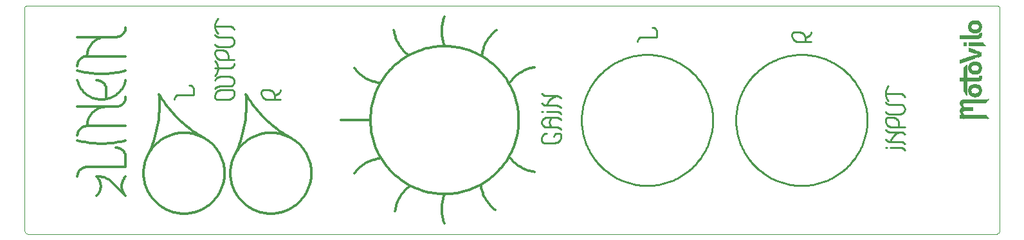
<source format=gto>
G75*
%MOIN*%
%OFA0B0*%
%FSLAX24Y24*%
%IPPOS*%
%LPD*%
%AMOC8*
5,1,8,0,0,1.08239X$1,22.5*
%
%ADD10C,0.0000*%
%ADD11C,0.0100*%
%ADD12C,0.0120*%
%ADD13R,0.0008X0.0016*%
%ADD14R,0.0008X0.0024*%
%ADD15R,0.0008X0.0031*%
%ADD16R,0.0008X0.0047*%
%ADD17R,0.0008X0.0039*%
%ADD18R,0.0008X0.0063*%
%ADD19R,0.0008X0.0087*%
%ADD20R,0.0008X0.0079*%
%ADD21R,0.0008X0.0102*%
%ADD22R,0.0008X0.0094*%
%ADD23R,0.0008X0.0118*%
%ADD24R,0.0008X0.0142*%
%ADD25R,0.0008X0.0134*%
%ADD26R,0.0008X0.0157*%
%ADD27R,0.0008X0.0150*%
%ADD28R,0.0008X0.0173*%
%ADD29R,0.0008X0.0165*%
%ADD30R,0.0008X0.0181*%
%ADD31R,0.0008X0.0197*%
%ADD32R,0.0008X0.0189*%
%ADD33R,0.0008X0.0008*%
%ADD34R,0.0008X0.0071*%
%ADD35R,0.0008X0.0126*%
%ADD36R,0.0008X0.0110*%
%ADD37R,0.0008X0.0236*%
%ADD38R,0.0008X0.0283*%
%ADD39R,0.0008X0.0220*%
%ADD40R,0.0008X0.0323*%
%ADD41R,0.0008X0.0228*%
%ADD42R,0.0008X0.0362*%
%ADD43R,0.0008X0.0244*%
%ADD44R,0.0008X0.0213*%
%ADD45R,0.0008X0.0354*%
%ADD46R,0.0008X0.0386*%
%ADD47R,0.0008X0.0252*%
%ADD48R,0.0008X0.0260*%
%ADD49R,0.0008X0.0409*%
%ADD50R,0.0008X0.0433*%
%ADD51R,0.0008X0.0268*%
%ADD52R,0.0008X0.0457*%
%ADD53R,0.0008X0.0276*%
%ADD54R,0.0008X0.0449*%
%ADD55R,0.0008X0.0472*%
%ADD56R,0.0008X0.0465*%
%ADD57R,0.0008X0.0488*%
%ADD58R,0.0008X0.0504*%
%ADD59R,0.0008X0.0496*%
%ADD60R,0.0008X0.0520*%
%ADD61R,0.0008X0.0291*%
%ADD62R,0.0008X0.0512*%
%ADD63R,0.0008X0.0535*%
%ADD64R,0.0008X0.0528*%
%ADD65R,0.0008X0.0299*%
%ADD66R,0.0008X0.0543*%
%ADD67R,0.0008X0.0551*%
%ADD68R,0.0008X0.0559*%
%ADD69R,0.0008X0.0567*%
%ADD70R,0.0008X0.0205*%
%ADD71R,0.0008X0.0307*%
%ADD72R,0.0008X0.0315*%
%ADD73R,0.0008X0.0480*%
%ADD74R,0.0008X0.0441*%
%ADD75R,0.0008X0.0425*%
%ADD76R,0.0008X0.0417*%
%ADD77R,0.0008X0.0394*%
%ADD78R,0.0008X0.0402*%
%ADD79R,0.0008X0.0370*%
%ADD80R,0.0008X0.0339*%
%ADD81R,0.0008X0.0331*%
%ADD82R,0.0008X0.1630*%
%ADD83R,0.0008X0.1622*%
%ADD84R,0.0008X0.1598*%
%ADD85R,0.0008X0.1583*%
%ADD86R,0.0008X0.1551*%
%ADD87R,0.0008X0.1535*%
%ADD88R,0.0008X0.1520*%
%ADD89R,0.0008X0.1496*%
%ADD90R,0.0008X0.1480*%
%ADD91R,0.0008X0.1465*%
%ADD92R,0.0008X0.1433*%
%ADD93R,0.0008X0.1417*%
%ADD94R,0.0008X0.1402*%
%ADD95R,0.0008X0.1378*%
%ADD96R,0.0008X0.1362*%
%ADD97R,0.0008X0.1346*%
%ADD98R,0.0008X0.1315*%
%ADD99R,0.0008X0.1299*%
%ADD100R,0.0008X0.1283*%
%ADD101R,0.0008X0.1260*%
%ADD102R,0.0008X0.0346*%
%ADD103R,0.0008X0.0984*%
%ADD104R,0.0008X0.0976*%
%ADD105R,0.0008X0.0969*%
%ADD106R,0.0008X0.0575*%
D10*
X003510Y002393D02*
X053556Y002393D01*
X053587Y002395D01*
X053617Y002400D01*
X053646Y002410D01*
X053675Y002422D01*
X053701Y002438D01*
X053725Y002457D01*
X053747Y002479D01*
X053766Y002503D01*
X053782Y002529D01*
X053794Y002558D01*
X053804Y002587D01*
X053809Y002617D01*
X053811Y002648D01*
X053811Y014133D01*
X053809Y014153D01*
X053805Y014172D01*
X053797Y014191D01*
X053787Y014208D01*
X053774Y014223D01*
X053759Y014236D01*
X053742Y014246D01*
X053723Y014254D01*
X053704Y014258D01*
X053684Y014260D01*
X053684Y014259D02*
X003376Y014259D01*
X003356Y014257D01*
X003336Y014252D01*
X003318Y014243D01*
X003301Y014232D01*
X003287Y014218D01*
X003276Y014201D01*
X003267Y014183D01*
X003262Y014163D01*
X003260Y014143D01*
X003260Y002643D01*
X003262Y002613D01*
X003267Y002583D01*
X003276Y002554D01*
X003289Y002527D01*
X003304Y002501D01*
X003323Y002477D01*
X003344Y002456D01*
X003368Y002437D01*
X003394Y002422D01*
X003421Y002409D01*
X003450Y002400D01*
X003480Y002395D01*
X003510Y002393D01*
D11*
X030072Y007268D02*
X030072Y007331D01*
X030072Y007268D02*
X030074Y007248D01*
X030078Y007229D01*
X030086Y007211D01*
X030096Y007195D01*
X030109Y007180D01*
X030124Y007167D01*
X030140Y007157D01*
X030158Y007149D01*
X030177Y007145D01*
X030197Y007143D01*
X030760Y007143D01*
X030794Y007147D01*
X030827Y007154D01*
X030860Y007164D01*
X030891Y007178D01*
X030921Y007194D01*
X030949Y007214D01*
X030975Y007237D01*
X030998Y007262D01*
X031019Y007290D01*
X031036Y007319D01*
X031051Y007350D01*
X031062Y007382D01*
X031070Y007416D01*
X031074Y007450D01*
X031075Y007484D01*
X031072Y007518D01*
X031070Y007538D01*
X031066Y007557D01*
X031058Y007575D01*
X031048Y007591D01*
X031035Y007606D01*
X031020Y007619D01*
X031004Y007629D01*
X030986Y007637D01*
X030967Y007641D01*
X030947Y007643D01*
X030885Y007643D01*
X031073Y007831D02*
X031053Y007857D01*
X031031Y007881D01*
X031006Y007902D01*
X030979Y007920D01*
X030949Y007934D01*
X030919Y007945D01*
X030887Y007953D01*
X030855Y007957D01*
X030822Y007956D01*
X030572Y007956D01*
X030322Y007956D01*
X030072Y008206D02*
X030074Y008236D01*
X030079Y008266D01*
X030088Y008295D01*
X030101Y008322D01*
X030116Y008348D01*
X030135Y008372D01*
X030156Y008393D01*
X030180Y008412D01*
X030206Y008427D01*
X030233Y008440D01*
X030262Y008449D01*
X030292Y008454D01*
X030322Y008456D01*
X030572Y008456D01*
X030822Y008456D01*
X030822Y008768D02*
X030855Y008769D01*
X030887Y008765D01*
X030919Y008757D01*
X030949Y008746D01*
X030979Y008732D01*
X031006Y008714D01*
X031031Y008693D01*
X031053Y008669D01*
X031073Y008643D01*
X030822Y008768D02*
X030322Y008768D01*
X030135Y008768D02*
X030072Y008768D01*
X030822Y009081D02*
X030855Y009082D01*
X030887Y009078D01*
X030919Y009070D01*
X030949Y009059D01*
X030979Y009045D01*
X031006Y009027D01*
X031031Y009006D01*
X031053Y008982D01*
X031073Y008956D01*
X030822Y009581D02*
X030771Y009565D01*
X030722Y009546D01*
X030675Y009523D01*
X030629Y009497D01*
X030585Y009467D01*
X030544Y009434D01*
X030505Y009398D01*
X030469Y009359D01*
X030436Y009318D01*
X030406Y009274D01*
X030380Y009228D01*
X030357Y009181D01*
X030338Y009132D01*
X030322Y009081D01*
X030822Y009081D01*
X031073Y009456D02*
X031053Y009482D01*
X031031Y009506D01*
X031006Y009527D01*
X030979Y009545D01*
X030949Y009559D01*
X030919Y009570D01*
X030887Y009578D01*
X030855Y009582D01*
X030822Y009581D01*
X030322Y009581D01*
X030071Y009206D02*
X030091Y009180D01*
X030113Y009156D01*
X030138Y009135D01*
X030165Y009117D01*
X030195Y009103D01*
X030225Y009092D01*
X030257Y009084D01*
X030289Y009080D01*
X030322Y009081D01*
X030322Y009581D02*
X030289Y009580D01*
X030257Y009584D01*
X030225Y009592D01*
X030195Y009603D01*
X030165Y009617D01*
X030138Y009635D01*
X030113Y009656D01*
X030091Y009680D01*
X030071Y009706D01*
X032135Y008326D02*
X032137Y008442D01*
X032143Y008558D01*
X032153Y008674D01*
X032167Y008789D01*
X032184Y008904D01*
X032206Y009018D01*
X032232Y009131D01*
X032261Y009243D01*
X032294Y009355D01*
X032331Y009465D01*
X032372Y009573D01*
X032416Y009681D01*
X032465Y009786D01*
X032516Y009890D01*
X032571Y009992D01*
X032630Y010093D01*
X032692Y010191D01*
X032757Y010287D01*
X032826Y010380D01*
X032898Y010472D01*
X032972Y010560D01*
X033050Y010647D01*
X033131Y010730D01*
X033214Y010811D01*
X033301Y010889D01*
X033389Y010963D01*
X033481Y011035D01*
X033574Y011104D01*
X033670Y011169D01*
X033768Y011231D01*
X033869Y011290D01*
X033971Y011345D01*
X034075Y011396D01*
X034180Y011445D01*
X034288Y011489D01*
X034396Y011530D01*
X034506Y011567D01*
X034618Y011600D01*
X034730Y011629D01*
X034843Y011655D01*
X034957Y011677D01*
X035072Y011694D01*
X035187Y011708D01*
X035303Y011718D01*
X035419Y011724D01*
X035535Y011726D01*
X035651Y011724D01*
X035767Y011718D01*
X035883Y011708D01*
X035998Y011694D01*
X036113Y011677D01*
X036227Y011655D01*
X036340Y011629D01*
X036452Y011600D01*
X036564Y011567D01*
X036674Y011530D01*
X036782Y011489D01*
X036890Y011445D01*
X036995Y011396D01*
X037099Y011345D01*
X037201Y011290D01*
X037302Y011231D01*
X037400Y011169D01*
X037496Y011104D01*
X037589Y011035D01*
X037681Y010963D01*
X037769Y010889D01*
X037856Y010811D01*
X037939Y010730D01*
X038020Y010647D01*
X038098Y010560D01*
X038172Y010472D01*
X038244Y010380D01*
X038313Y010287D01*
X038378Y010191D01*
X038440Y010093D01*
X038499Y009992D01*
X038554Y009890D01*
X038605Y009786D01*
X038654Y009681D01*
X038698Y009573D01*
X038739Y009465D01*
X038776Y009355D01*
X038809Y009243D01*
X038838Y009131D01*
X038864Y009018D01*
X038886Y008904D01*
X038903Y008789D01*
X038917Y008674D01*
X038927Y008558D01*
X038933Y008442D01*
X038935Y008326D01*
X038933Y008210D01*
X038927Y008094D01*
X038917Y007978D01*
X038903Y007863D01*
X038886Y007748D01*
X038864Y007634D01*
X038838Y007521D01*
X038809Y007409D01*
X038776Y007297D01*
X038739Y007187D01*
X038698Y007079D01*
X038654Y006971D01*
X038605Y006866D01*
X038554Y006762D01*
X038499Y006660D01*
X038440Y006559D01*
X038378Y006461D01*
X038313Y006365D01*
X038244Y006272D01*
X038172Y006180D01*
X038098Y006092D01*
X038020Y006005D01*
X037939Y005922D01*
X037856Y005841D01*
X037769Y005763D01*
X037681Y005689D01*
X037589Y005617D01*
X037496Y005548D01*
X037400Y005483D01*
X037302Y005421D01*
X037201Y005362D01*
X037099Y005307D01*
X036995Y005256D01*
X036890Y005207D01*
X036782Y005163D01*
X036674Y005122D01*
X036564Y005085D01*
X036452Y005052D01*
X036340Y005023D01*
X036227Y004997D01*
X036113Y004975D01*
X035998Y004958D01*
X035883Y004944D01*
X035767Y004934D01*
X035651Y004928D01*
X035535Y004926D01*
X035419Y004928D01*
X035303Y004934D01*
X035187Y004944D01*
X035072Y004958D01*
X034957Y004975D01*
X034843Y004997D01*
X034730Y005023D01*
X034618Y005052D01*
X034506Y005085D01*
X034396Y005122D01*
X034288Y005163D01*
X034180Y005207D01*
X034075Y005256D01*
X033971Y005307D01*
X033869Y005362D01*
X033768Y005421D01*
X033670Y005483D01*
X033574Y005548D01*
X033481Y005617D01*
X033389Y005689D01*
X033301Y005763D01*
X033214Y005841D01*
X033131Y005922D01*
X033050Y006005D01*
X032972Y006092D01*
X032898Y006180D01*
X032826Y006272D01*
X032757Y006365D01*
X032692Y006461D01*
X032630Y006559D01*
X032571Y006660D01*
X032516Y006762D01*
X032465Y006866D01*
X032416Y006971D01*
X032372Y007079D01*
X032331Y007187D01*
X032294Y007297D01*
X032261Y007409D01*
X032232Y007521D01*
X032206Y007634D01*
X032184Y007748D01*
X032167Y007863D01*
X032153Y007978D01*
X032143Y008094D01*
X032137Y008210D01*
X032135Y008326D01*
X031073Y008331D02*
X031053Y008357D01*
X031031Y008381D01*
X031006Y008402D01*
X030979Y008420D01*
X030949Y008434D01*
X030919Y008445D01*
X030887Y008453D01*
X030855Y008457D01*
X030822Y008456D01*
X030572Y008456D02*
X030547Y008429D01*
X030525Y008399D01*
X030507Y008367D01*
X030492Y008333D01*
X030480Y008298D01*
X030472Y008261D01*
X030468Y008225D01*
X030468Y008187D01*
X030472Y008151D01*
X030480Y008114D01*
X030492Y008079D01*
X030507Y008045D01*
X030525Y008013D01*
X030547Y007983D01*
X030572Y007956D01*
X030322Y007956D02*
X030292Y007958D01*
X030262Y007963D01*
X030233Y007972D01*
X030206Y007985D01*
X030180Y008000D01*
X030156Y008019D01*
X030135Y008040D01*
X030116Y008064D01*
X030101Y008090D01*
X030088Y008117D01*
X030079Y008146D01*
X030074Y008176D01*
X030072Y008206D01*
X030322Y007643D02*
X030290Y007638D01*
X030260Y007629D01*
X030231Y007617D01*
X030203Y007602D01*
X030177Y007584D01*
X030153Y007562D01*
X030132Y007539D01*
X030114Y007513D01*
X030098Y007485D01*
X030086Y007456D01*
X030077Y007425D01*
X030072Y007394D01*
X030070Y007362D01*
X030072Y007331D01*
X030697Y007456D02*
X030699Y007483D01*
X030705Y007509D01*
X030714Y007534D01*
X030727Y007558D01*
X030743Y007579D01*
X030762Y007598D01*
X030783Y007614D01*
X030807Y007627D01*
X030832Y007636D01*
X030858Y007642D01*
X030885Y007644D01*
X032135Y008326D02*
X032137Y008442D01*
X032143Y008558D01*
X032153Y008674D01*
X032167Y008789D01*
X032184Y008904D01*
X032206Y009018D01*
X032232Y009131D01*
X032261Y009243D01*
X032294Y009355D01*
X032331Y009465D01*
X032372Y009573D01*
X032416Y009681D01*
X032465Y009786D01*
X032516Y009890D01*
X032571Y009992D01*
X032630Y010093D01*
X032692Y010191D01*
X032757Y010287D01*
X032826Y010380D01*
X032898Y010472D01*
X032972Y010560D01*
X033050Y010647D01*
X033131Y010730D01*
X033214Y010811D01*
X033301Y010889D01*
X033389Y010963D01*
X033481Y011035D01*
X033574Y011104D01*
X033670Y011169D01*
X033768Y011231D01*
X033869Y011290D01*
X033971Y011345D01*
X034075Y011396D01*
X034180Y011445D01*
X034288Y011489D01*
X034396Y011530D01*
X034506Y011567D01*
X034618Y011600D01*
X034730Y011629D01*
X034843Y011655D01*
X034957Y011677D01*
X035072Y011694D01*
X035187Y011708D01*
X035303Y011718D01*
X035419Y011724D01*
X035535Y011726D01*
X035651Y011724D01*
X035767Y011718D01*
X035883Y011708D01*
X035998Y011694D01*
X036113Y011677D01*
X036227Y011655D01*
X036340Y011629D01*
X036452Y011600D01*
X036564Y011567D01*
X036674Y011530D01*
X036782Y011489D01*
X036890Y011445D01*
X036995Y011396D01*
X037099Y011345D01*
X037201Y011290D01*
X037302Y011231D01*
X037400Y011169D01*
X037496Y011104D01*
X037589Y011035D01*
X037681Y010963D01*
X037769Y010889D01*
X037856Y010811D01*
X037939Y010730D01*
X038020Y010647D01*
X038098Y010560D01*
X038172Y010472D01*
X038244Y010380D01*
X038313Y010287D01*
X038378Y010191D01*
X038440Y010093D01*
X038499Y009992D01*
X038554Y009890D01*
X038605Y009786D01*
X038654Y009681D01*
X038698Y009573D01*
X038739Y009465D01*
X038776Y009355D01*
X038809Y009243D01*
X038838Y009131D01*
X038864Y009018D01*
X038886Y008904D01*
X038903Y008789D01*
X038917Y008674D01*
X038927Y008558D01*
X038933Y008442D01*
X038935Y008326D01*
X038933Y008210D01*
X038927Y008094D01*
X038917Y007978D01*
X038903Y007863D01*
X038886Y007748D01*
X038864Y007634D01*
X038838Y007521D01*
X038809Y007409D01*
X038776Y007297D01*
X038739Y007187D01*
X038698Y007079D01*
X038654Y006971D01*
X038605Y006866D01*
X038554Y006762D01*
X038499Y006660D01*
X038440Y006559D01*
X038378Y006461D01*
X038313Y006365D01*
X038244Y006272D01*
X038172Y006180D01*
X038098Y006092D01*
X038020Y006005D01*
X037939Y005922D01*
X037856Y005841D01*
X037769Y005763D01*
X037681Y005689D01*
X037589Y005617D01*
X037496Y005548D01*
X037400Y005483D01*
X037302Y005421D01*
X037201Y005362D01*
X037099Y005307D01*
X036995Y005256D01*
X036890Y005207D01*
X036782Y005163D01*
X036674Y005122D01*
X036564Y005085D01*
X036452Y005052D01*
X036340Y005023D01*
X036227Y004997D01*
X036113Y004975D01*
X035998Y004958D01*
X035883Y004944D01*
X035767Y004934D01*
X035651Y004928D01*
X035535Y004926D01*
X035419Y004928D01*
X035303Y004934D01*
X035187Y004944D01*
X035072Y004958D01*
X034957Y004975D01*
X034843Y004997D01*
X034730Y005023D01*
X034618Y005052D01*
X034506Y005085D01*
X034396Y005122D01*
X034288Y005163D01*
X034180Y005207D01*
X034075Y005256D01*
X033971Y005307D01*
X033869Y005362D01*
X033768Y005421D01*
X033670Y005483D01*
X033574Y005548D01*
X033481Y005617D01*
X033389Y005689D01*
X033301Y005763D01*
X033214Y005841D01*
X033131Y005922D01*
X033050Y006005D01*
X032972Y006092D01*
X032898Y006180D01*
X032826Y006272D01*
X032757Y006365D01*
X032692Y006461D01*
X032630Y006559D01*
X032571Y006660D01*
X032516Y006762D01*
X032465Y006866D01*
X032416Y006971D01*
X032372Y007079D01*
X032331Y007187D01*
X032294Y007297D01*
X032261Y007409D01*
X032232Y007521D01*
X032206Y007634D01*
X032184Y007748D01*
X032167Y007863D01*
X032153Y007978D01*
X032143Y008094D01*
X032137Y008210D01*
X032135Y008326D01*
X040135Y008326D02*
X040137Y008442D01*
X040143Y008558D01*
X040153Y008674D01*
X040167Y008789D01*
X040184Y008904D01*
X040206Y009018D01*
X040232Y009131D01*
X040261Y009243D01*
X040294Y009355D01*
X040331Y009465D01*
X040372Y009573D01*
X040416Y009681D01*
X040465Y009786D01*
X040516Y009890D01*
X040571Y009992D01*
X040630Y010093D01*
X040692Y010191D01*
X040757Y010287D01*
X040826Y010380D01*
X040898Y010472D01*
X040972Y010560D01*
X041050Y010647D01*
X041131Y010730D01*
X041214Y010811D01*
X041301Y010889D01*
X041389Y010963D01*
X041481Y011035D01*
X041574Y011104D01*
X041670Y011169D01*
X041768Y011231D01*
X041869Y011290D01*
X041971Y011345D01*
X042075Y011396D01*
X042180Y011445D01*
X042288Y011489D01*
X042396Y011530D01*
X042506Y011567D01*
X042618Y011600D01*
X042730Y011629D01*
X042843Y011655D01*
X042957Y011677D01*
X043072Y011694D01*
X043187Y011708D01*
X043303Y011718D01*
X043419Y011724D01*
X043535Y011726D01*
X043651Y011724D01*
X043767Y011718D01*
X043883Y011708D01*
X043998Y011694D01*
X044113Y011677D01*
X044227Y011655D01*
X044340Y011629D01*
X044452Y011600D01*
X044564Y011567D01*
X044674Y011530D01*
X044782Y011489D01*
X044890Y011445D01*
X044995Y011396D01*
X045099Y011345D01*
X045201Y011290D01*
X045302Y011231D01*
X045400Y011169D01*
X045496Y011104D01*
X045589Y011035D01*
X045681Y010963D01*
X045769Y010889D01*
X045856Y010811D01*
X045939Y010730D01*
X046020Y010647D01*
X046098Y010560D01*
X046172Y010472D01*
X046244Y010380D01*
X046313Y010287D01*
X046378Y010191D01*
X046440Y010093D01*
X046499Y009992D01*
X046554Y009890D01*
X046605Y009786D01*
X046654Y009681D01*
X046698Y009573D01*
X046739Y009465D01*
X046776Y009355D01*
X046809Y009243D01*
X046838Y009131D01*
X046864Y009018D01*
X046886Y008904D01*
X046903Y008789D01*
X046917Y008674D01*
X046927Y008558D01*
X046933Y008442D01*
X046935Y008326D01*
X046933Y008210D01*
X046927Y008094D01*
X046917Y007978D01*
X046903Y007863D01*
X046886Y007748D01*
X046864Y007634D01*
X046838Y007521D01*
X046809Y007409D01*
X046776Y007297D01*
X046739Y007187D01*
X046698Y007079D01*
X046654Y006971D01*
X046605Y006866D01*
X046554Y006762D01*
X046499Y006660D01*
X046440Y006559D01*
X046378Y006461D01*
X046313Y006365D01*
X046244Y006272D01*
X046172Y006180D01*
X046098Y006092D01*
X046020Y006005D01*
X045939Y005922D01*
X045856Y005841D01*
X045769Y005763D01*
X045681Y005689D01*
X045589Y005617D01*
X045496Y005548D01*
X045400Y005483D01*
X045302Y005421D01*
X045201Y005362D01*
X045099Y005307D01*
X044995Y005256D01*
X044890Y005207D01*
X044782Y005163D01*
X044674Y005122D01*
X044564Y005085D01*
X044452Y005052D01*
X044340Y005023D01*
X044227Y004997D01*
X044113Y004975D01*
X043998Y004958D01*
X043883Y004944D01*
X043767Y004934D01*
X043651Y004928D01*
X043535Y004926D01*
X043419Y004928D01*
X043303Y004934D01*
X043187Y004944D01*
X043072Y004958D01*
X042957Y004975D01*
X042843Y004997D01*
X042730Y005023D01*
X042618Y005052D01*
X042506Y005085D01*
X042396Y005122D01*
X042288Y005163D01*
X042180Y005207D01*
X042075Y005256D01*
X041971Y005307D01*
X041869Y005362D01*
X041768Y005421D01*
X041670Y005483D01*
X041574Y005548D01*
X041481Y005617D01*
X041389Y005689D01*
X041301Y005763D01*
X041214Y005841D01*
X041131Y005922D01*
X041050Y006005D01*
X040972Y006092D01*
X040898Y006180D01*
X040826Y006272D01*
X040757Y006365D01*
X040692Y006461D01*
X040630Y006559D01*
X040571Y006660D01*
X040516Y006762D01*
X040465Y006866D01*
X040416Y006971D01*
X040372Y007079D01*
X040331Y007187D01*
X040294Y007297D01*
X040261Y007409D01*
X040232Y007521D01*
X040206Y007634D01*
X040184Y007748D01*
X040167Y007863D01*
X040153Y007978D01*
X040143Y008094D01*
X040137Y008210D01*
X040135Y008326D01*
X040137Y008442D01*
X040143Y008558D01*
X040153Y008674D01*
X040167Y008789D01*
X040184Y008904D01*
X040206Y009018D01*
X040232Y009131D01*
X040261Y009243D01*
X040294Y009355D01*
X040331Y009465D01*
X040372Y009573D01*
X040416Y009681D01*
X040465Y009786D01*
X040516Y009890D01*
X040571Y009992D01*
X040630Y010093D01*
X040692Y010191D01*
X040757Y010287D01*
X040826Y010380D01*
X040898Y010472D01*
X040972Y010560D01*
X041050Y010647D01*
X041131Y010730D01*
X041214Y010811D01*
X041301Y010889D01*
X041389Y010963D01*
X041481Y011035D01*
X041574Y011104D01*
X041670Y011169D01*
X041768Y011231D01*
X041869Y011290D01*
X041971Y011345D01*
X042075Y011396D01*
X042180Y011445D01*
X042288Y011489D01*
X042396Y011530D01*
X042506Y011567D01*
X042618Y011600D01*
X042730Y011629D01*
X042843Y011655D01*
X042957Y011677D01*
X043072Y011694D01*
X043187Y011708D01*
X043303Y011718D01*
X043419Y011724D01*
X043535Y011726D01*
X043651Y011724D01*
X043767Y011718D01*
X043883Y011708D01*
X043998Y011694D01*
X044113Y011677D01*
X044227Y011655D01*
X044340Y011629D01*
X044452Y011600D01*
X044564Y011567D01*
X044674Y011530D01*
X044782Y011489D01*
X044890Y011445D01*
X044995Y011396D01*
X045099Y011345D01*
X045201Y011290D01*
X045302Y011231D01*
X045400Y011169D01*
X045496Y011104D01*
X045589Y011035D01*
X045681Y010963D01*
X045769Y010889D01*
X045856Y010811D01*
X045939Y010730D01*
X046020Y010647D01*
X046098Y010560D01*
X046172Y010472D01*
X046244Y010380D01*
X046313Y010287D01*
X046378Y010191D01*
X046440Y010093D01*
X046499Y009992D01*
X046554Y009890D01*
X046605Y009786D01*
X046654Y009681D01*
X046698Y009573D01*
X046739Y009465D01*
X046776Y009355D01*
X046809Y009243D01*
X046838Y009131D01*
X046864Y009018D01*
X046886Y008904D01*
X046903Y008789D01*
X046917Y008674D01*
X046927Y008558D01*
X046933Y008442D01*
X046935Y008326D01*
X046933Y008210D01*
X046927Y008094D01*
X046917Y007978D01*
X046903Y007863D01*
X046886Y007748D01*
X046864Y007634D01*
X046838Y007521D01*
X046809Y007409D01*
X046776Y007297D01*
X046739Y007187D01*
X046698Y007079D01*
X046654Y006971D01*
X046605Y006866D01*
X046554Y006762D01*
X046499Y006660D01*
X046440Y006559D01*
X046378Y006461D01*
X046313Y006365D01*
X046244Y006272D01*
X046172Y006180D01*
X046098Y006092D01*
X046020Y006005D01*
X045939Y005922D01*
X045856Y005841D01*
X045769Y005763D01*
X045681Y005689D01*
X045589Y005617D01*
X045496Y005548D01*
X045400Y005483D01*
X045302Y005421D01*
X045201Y005362D01*
X045099Y005307D01*
X044995Y005256D01*
X044890Y005207D01*
X044782Y005163D01*
X044674Y005122D01*
X044564Y005085D01*
X044452Y005052D01*
X044340Y005023D01*
X044227Y004997D01*
X044113Y004975D01*
X043998Y004958D01*
X043883Y004944D01*
X043767Y004934D01*
X043651Y004928D01*
X043535Y004926D01*
X043419Y004928D01*
X043303Y004934D01*
X043187Y004944D01*
X043072Y004958D01*
X042957Y004975D01*
X042843Y004997D01*
X042730Y005023D01*
X042618Y005052D01*
X042506Y005085D01*
X042396Y005122D01*
X042288Y005163D01*
X042180Y005207D01*
X042075Y005256D01*
X041971Y005307D01*
X041869Y005362D01*
X041768Y005421D01*
X041670Y005483D01*
X041574Y005548D01*
X041481Y005617D01*
X041389Y005689D01*
X041301Y005763D01*
X041214Y005841D01*
X041131Y005922D01*
X041050Y006005D01*
X040972Y006092D01*
X040898Y006180D01*
X040826Y006272D01*
X040757Y006365D01*
X040692Y006461D01*
X040630Y006559D01*
X040571Y006660D01*
X040516Y006762D01*
X040465Y006866D01*
X040416Y006971D01*
X040372Y007079D01*
X040331Y007187D01*
X040294Y007297D01*
X040261Y007409D01*
X040232Y007521D01*
X040206Y007634D01*
X040184Y007748D01*
X040167Y007863D01*
X040153Y007978D01*
X040143Y008094D01*
X040137Y008210D01*
X040135Y008326D01*
X047885Y009706D02*
X048635Y009706D01*
X048035Y010081D02*
X048006Y010049D01*
X047979Y010014D01*
X047955Y009977D01*
X047934Y009939D01*
X047916Y009899D01*
X047902Y009857D01*
X047891Y009815D01*
X047884Y009772D01*
X047880Y009728D01*
X047880Y009684D01*
X047884Y009640D01*
X047891Y009597D01*
X047902Y009555D01*
X047916Y009513D01*
X047934Y009473D01*
X047955Y009435D01*
X047979Y009398D01*
X048006Y009363D01*
X048035Y009331D01*
X047885Y009268D02*
X047895Y009244D01*
X047909Y009221D01*
X047926Y009200D01*
X047946Y009182D01*
X047969Y009167D01*
X047993Y009156D01*
X048019Y009148D01*
X048045Y009144D01*
X048072Y009143D01*
X048635Y009143D01*
X048665Y009141D01*
X048695Y009136D01*
X048724Y009127D01*
X048751Y009114D01*
X048777Y009099D01*
X048801Y009080D01*
X048822Y009059D01*
X048841Y009035D01*
X048856Y009009D01*
X048869Y008982D01*
X048878Y008953D01*
X048883Y008923D01*
X048885Y008893D01*
X048883Y008863D01*
X048878Y008833D01*
X048869Y008804D01*
X048856Y008777D01*
X048841Y008751D01*
X048822Y008727D01*
X048801Y008706D01*
X048777Y008687D01*
X048751Y008672D01*
X048724Y008659D01*
X048695Y008650D01*
X048665Y008645D01*
X048635Y008643D01*
X048072Y008643D01*
X048010Y008456D02*
X048260Y008456D01*
X047884Y008331D02*
X047883Y008295D01*
X047885Y008259D01*
X047892Y008224D01*
X047901Y008189D01*
X047915Y008155D01*
X047932Y008123D01*
X047952Y008093D01*
X047975Y008066D01*
X048001Y008040D01*
X048029Y008018D01*
X048060Y007999D01*
X048092Y007983D01*
X048126Y007970D01*
X048161Y007962D01*
X048197Y007956D01*
X048572Y007956D01*
X048572Y008143D01*
X048572Y007956D02*
X048885Y007956D01*
X048573Y008143D02*
X048571Y008176D01*
X048566Y008208D01*
X048558Y008240D01*
X048546Y008270D01*
X048531Y008300D01*
X048513Y008327D01*
X048493Y008352D01*
X048469Y008376D01*
X048444Y008396D01*
X048417Y008414D01*
X048387Y008429D01*
X048357Y008441D01*
X048325Y008449D01*
X048293Y008454D01*
X048260Y008456D01*
X048010Y008456D02*
X047990Y008454D01*
X047971Y008450D01*
X047953Y008442D01*
X047937Y008432D01*
X047922Y008419D01*
X047909Y008404D01*
X047899Y008388D01*
X047891Y008370D01*
X047887Y008351D01*
X047885Y008331D01*
X047884Y007831D02*
X047904Y007805D01*
X047926Y007781D01*
X047951Y007760D01*
X047978Y007742D01*
X048008Y007728D01*
X048038Y007717D01*
X048070Y007709D01*
X048102Y007705D01*
X048135Y007706D01*
X048635Y007706D01*
X048634Y007706D02*
X048667Y007707D01*
X048699Y007703D01*
X048731Y007695D01*
X048761Y007684D01*
X048791Y007670D01*
X048818Y007652D01*
X048843Y007631D01*
X048865Y007607D01*
X048885Y007581D01*
X048635Y007206D02*
X048135Y007206D01*
X048102Y007205D01*
X048070Y007209D01*
X048038Y007217D01*
X048008Y007228D01*
X047978Y007242D01*
X047951Y007260D01*
X047926Y007281D01*
X047904Y007305D01*
X047884Y007331D01*
X048634Y007206D02*
X048667Y007207D01*
X048699Y007203D01*
X048731Y007195D01*
X048761Y007184D01*
X048791Y007170D01*
X048818Y007152D01*
X048843Y007131D01*
X048865Y007107D01*
X048885Y007081D01*
X048635Y007706D02*
X048584Y007690D01*
X048535Y007671D01*
X048488Y007648D01*
X048442Y007622D01*
X048398Y007592D01*
X048357Y007559D01*
X048318Y007523D01*
X048282Y007484D01*
X048249Y007443D01*
X048219Y007399D01*
X048193Y007353D01*
X048170Y007306D01*
X048151Y007257D01*
X048135Y007206D01*
X048135Y006893D02*
X048635Y006893D01*
X047947Y006893D02*
X047885Y006893D01*
X048634Y006893D02*
X048667Y006894D01*
X048699Y006890D01*
X048731Y006882D01*
X048761Y006871D01*
X048791Y006857D01*
X048818Y006839D01*
X048843Y006818D01*
X048865Y006794D01*
X048885Y006768D01*
X048072Y008643D02*
X048045Y008644D01*
X048019Y008648D01*
X047993Y008656D01*
X047969Y008667D01*
X047946Y008682D01*
X047926Y008700D01*
X047909Y008721D01*
X047895Y008744D01*
X047885Y008768D01*
X048634Y009706D02*
X048665Y009705D01*
X048695Y009699D01*
X048724Y009691D01*
X048752Y009679D01*
X048779Y009663D01*
X048803Y009645D01*
X048825Y009624D01*
X048845Y009600D01*
X048861Y009575D01*
X048875Y009547D01*
X048884Y009518D01*
X044035Y012393D02*
X043723Y012393D01*
X043723Y012581D01*
X043723Y012393D02*
X043348Y012393D01*
X043723Y012581D02*
X043721Y012614D01*
X043716Y012646D01*
X043708Y012678D01*
X043696Y012708D01*
X043681Y012738D01*
X043663Y012765D01*
X043643Y012790D01*
X043619Y012814D01*
X043594Y012834D01*
X043567Y012852D01*
X043537Y012867D01*
X043507Y012879D01*
X043475Y012887D01*
X043443Y012892D01*
X043410Y012894D01*
X043410Y012893D02*
X043160Y012893D01*
X043140Y012891D01*
X043121Y012887D01*
X043103Y012879D01*
X043087Y012869D01*
X043072Y012856D01*
X043059Y012841D01*
X043049Y012825D01*
X043041Y012807D01*
X043037Y012788D01*
X043035Y012768D01*
X043034Y012732D01*
X043036Y012696D01*
X043043Y012661D01*
X043052Y012626D01*
X043066Y012592D01*
X043083Y012560D01*
X043103Y012530D01*
X043126Y012503D01*
X043152Y012477D01*
X043180Y012455D01*
X043211Y012436D01*
X043243Y012420D01*
X043277Y012407D01*
X043312Y012399D01*
X043348Y012393D01*
X043723Y012644D02*
X043754Y012642D01*
X043786Y012644D01*
X043817Y012649D01*
X043848Y012658D01*
X043877Y012670D01*
X043905Y012686D01*
X043931Y012704D01*
X043954Y012725D01*
X043976Y012749D01*
X043994Y012775D01*
X044009Y012803D01*
X044021Y012832D01*
X044030Y012862D01*
X044035Y012894D01*
X036035Y012893D02*
X036035Y012643D01*
X035285Y012643D01*
X035255Y012641D01*
X035225Y012636D01*
X035196Y012627D01*
X035169Y012614D01*
X035143Y012599D01*
X035119Y012580D01*
X035098Y012559D01*
X035079Y012535D01*
X035064Y012509D01*
X035051Y012482D01*
X035042Y012453D01*
X035037Y012423D01*
X035035Y012393D01*
X035785Y013143D02*
X035815Y013141D01*
X035845Y013136D01*
X035874Y013127D01*
X035901Y013114D01*
X035927Y013099D01*
X035951Y013080D01*
X035972Y013059D01*
X035991Y013035D01*
X036006Y013009D01*
X036019Y012982D01*
X036028Y012953D01*
X036033Y012923D01*
X036035Y012893D01*
X016535Y009393D02*
X016223Y009393D01*
X016223Y009581D01*
X016223Y009393D02*
X015848Y009393D01*
X016223Y009581D02*
X016221Y009614D01*
X016216Y009646D01*
X016208Y009678D01*
X016196Y009708D01*
X016181Y009738D01*
X016163Y009765D01*
X016143Y009790D01*
X016119Y009814D01*
X016094Y009834D01*
X016067Y009852D01*
X016037Y009867D01*
X016007Y009879D01*
X015975Y009887D01*
X015943Y009892D01*
X015910Y009894D01*
X015910Y009893D02*
X015660Y009893D01*
X015640Y009891D01*
X015621Y009887D01*
X015603Y009879D01*
X015587Y009869D01*
X015572Y009856D01*
X015559Y009841D01*
X015549Y009825D01*
X015541Y009807D01*
X015537Y009788D01*
X015535Y009768D01*
X015534Y009732D01*
X015536Y009696D01*
X015543Y009661D01*
X015552Y009626D01*
X015566Y009592D01*
X015583Y009560D01*
X015603Y009530D01*
X015626Y009503D01*
X015652Y009477D01*
X015680Y009455D01*
X015711Y009436D01*
X015743Y009420D01*
X015777Y009407D01*
X015812Y009399D01*
X015848Y009393D01*
X016223Y009644D02*
X016254Y009642D01*
X016286Y009644D01*
X016317Y009649D01*
X016348Y009658D01*
X016377Y009670D01*
X016405Y009686D01*
X016431Y009704D01*
X016454Y009725D01*
X016476Y009749D01*
X016494Y009775D01*
X016509Y009803D01*
X016521Y009832D01*
X016530Y009862D01*
X016535Y009894D01*
X014010Y009893D02*
X013447Y009893D01*
X013385Y010081D02*
X013352Y010082D01*
X013320Y010078D01*
X013288Y010070D01*
X013258Y010059D01*
X013228Y010045D01*
X013201Y010027D01*
X013176Y010006D01*
X013154Y009982D01*
X013134Y009956D01*
X013385Y010081D02*
X013885Y010081D01*
X014135Y010331D02*
X014133Y010361D01*
X014128Y010391D01*
X014119Y010420D01*
X014106Y010447D01*
X014091Y010473D01*
X014072Y010497D01*
X014051Y010518D01*
X014027Y010537D01*
X014001Y010552D01*
X013974Y010565D01*
X013945Y010574D01*
X013915Y010579D01*
X013885Y010581D01*
X013385Y010581D01*
X013385Y010582D02*
X013352Y010576D01*
X013321Y010567D01*
X013290Y010555D01*
X013261Y010540D01*
X013234Y010521D01*
X013209Y010500D01*
X013186Y010477D01*
X013166Y010451D01*
X013149Y010423D01*
X013134Y010394D01*
X013885Y010081D02*
X013915Y010083D01*
X013945Y010088D01*
X013974Y010097D01*
X014001Y010110D01*
X014027Y010125D01*
X014051Y010144D01*
X014072Y010165D01*
X014091Y010189D01*
X014106Y010215D01*
X014119Y010242D01*
X014128Y010271D01*
X014133Y010301D01*
X014135Y010331D01*
X014010Y009893D02*
X014030Y009891D01*
X014049Y009887D01*
X014067Y009879D01*
X014083Y009869D01*
X014098Y009856D01*
X014111Y009841D01*
X014121Y009825D01*
X014129Y009807D01*
X014133Y009788D01*
X014135Y009768D01*
X014134Y009768D02*
X014137Y009734D01*
X014136Y009700D01*
X014132Y009666D01*
X014124Y009632D01*
X014113Y009600D01*
X014098Y009569D01*
X014081Y009540D01*
X014060Y009512D01*
X014037Y009487D01*
X014011Y009464D01*
X013983Y009444D01*
X013953Y009428D01*
X013922Y009414D01*
X013889Y009404D01*
X013856Y009397D01*
X013822Y009393D01*
X013260Y009393D01*
X013240Y009395D01*
X013221Y009399D01*
X013203Y009407D01*
X013187Y009417D01*
X013172Y009430D01*
X013159Y009445D01*
X013149Y009461D01*
X013141Y009479D01*
X013137Y009498D01*
X013135Y009518D01*
X013135Y009581D01*
X013134Y009581D02*
X013136Y009614D01*
X013141Y009646D01*
X013149Y009678D01*
X013161Y009708D01*
X013176Y009738D01*
X013194Y009765D01*
X013214Y009790D01*
X013238Y009814D01*
X013263Y009834D01*
X013291Y009852D01*
X013320Y009867D01*
X013350Y009879D01*
X013382Y009887D01*
X013414Y009892D01*
X013447Y009894D01*
X012035Y009893D02*
X012035Y009643D01*
X011285Y009643D01*
X011255Y009641D01*
X011225Y009636D01*
X011196Y009627D01*
X011169Y009614D01*
X011143Y009599D01*
X011119Y009580D01*
X011098Y009559D01*
X011079Y009535D01*
X011064Y009509D01*
X011051Y009482D01*
X011042Y009453D01*
X011037Y009423D01*
X011035Y009393D01*
X011785Y010143D02*
X011815Y010141D01*
X011845Y010136D01*
X011874Y010127D01*
X011901Y010114D01*
X011927Y010099D01*
X011951Y010080D01*
X011972Y010059D01*
X011991Y010035D01*
X012006Y010009D01*
X012019Y009982D01*
X012028Y009953D01*
X012033Y009923D01*
X012035Y009893D01*
X013135Y010643D02*
X013164Y010675D01*
X013191Y010710D01*
X013215Y010747D01*
X013236Y010785D01*
X013254Y010825D01*
X013268Y010867D01*
X013279Y010909D01*
X013286Y010952D01*
X013290Y010996D01*
X013290Y011040D01*
X013286Y011084D01*
X013279Y011127D01*
X013268Y011169D01*
X013254Y011211D01*
X013236Y011251D01*
X013215Y011289D01*
X013191Y011326D01*
X013164Y011361D01*
X013135Y011393D01*
X013447Y011456D02*
X013822Y011456D01*
X013822Y011643D01*
X013822Y011456D02*
X014135Y011456D01*
X014135Y011268D02*
X014133Y011238D01*
X014128Y011208D01*
X014119Y011179D01*
X014106Y011152D01*
X014091Y011126D01*
X014072Y011102D01*
X014051Y011081D01*
X014027Y011062D01*
X014001Y011047D01*
X013974Y011034D01*
X013945Y011025D01*
X013915Y011020D01*
X013885Y011018D01*
X013135Y011018D01*
X013823Y011643D02*
X013821Y011676D01*
X013816Y011708D01*
X013808Y011740D01*
X013796Y011770D01*
X013781Y011800D01*
X013763Y011827D01*
X013743Y011852D01*
X013719Y011876D01*
X013694Y011896D01*
X013667Y011914D01*
X013637Y011929D01*
X013607Y011941D01*
X013575Y011949D01*
X013543Y011954D01*
X013510Y011956D01*
X013260Y011956D01*
X013240Y011954D01*
X013221Y011950D01*
X013203Y011942D01*
X013187Y011932D01*
X013172Y011919D01*
X013159Y011904D01*
X013149Y011888D01*
X013141Y011870D01*
X013137Y011851D01*
X013135Y011831D01*
X013134Y011831D02*
X013133Y011795D01*
X013135Y011759D01*
X013142Y011724D01*
X013151Y011689D01*
X013165Y011655D01*
X013182Y011623D01*
X013202Y011593D01*
X013225Y011566D01*
X013251Y011540D01*
X013279Y011518D01*
X013310Y011499D01*
X013342Y011483D01*
X013376Y011470D01*
X013411Y011462D01*
X013447Y011456D01*
X013322Y012143D02*
X013885Y012143D01*
X013322Y012143D02*
X013295Y012144D01*
X013269Y012148D01*
X013243Y012156D01*
X013219Y012167D01*
X013196Y012182D01*
X013176Y012200D01*
X013159Y012221D01*
X013145Y012244D01*
X013135Y012268D01*
X013322Y012643D02*
X013885Y012643D01*
X013915Y012641D01*
X013945Y012636D01*
X013974Y012627D01*
X014001Y012614D01*
X014027Y012599D01*
X014051Y012580D01*
X014072Y012559D01*
X014091Y012535D01*
X014106Y012509D01*
X014119Y012482D01*
X014128Y012453D01*
X014133Y012423D01*
X014135Y012393D01*
X014133Y012363D01*
X014128Y012333D01*
X014119Y012304D01*
X014106Y012277D01*
X014091Y012251D01*
X014072Y012227D01*
X014051Y012206D01*
X014027Y012187D01*
X014001Y012172D01*
X013974Y012159D01*
X013945Y012150D01*
X013915Y012145D01*
X013885Y012143D01*
X014134Y013018D02*
X014125Y013047D01*
X014111Y013075D01*
X014095Y013100D01*
X014075Y013124D01*
X014053Y013145D01*
X014029Y013163D01*
X014002Y013179D01*
X013974Y013191D01*
X013945Y013199D01*
X013915Y013205D01*
X013884Y013206D01*
X013885Y013206D02*
X013135Y013206D01*
X013285Y013581D02*
X013256Y013549D01*
X013229Y013514D01*
X013205Y013477D01*
X013184Y013439D01*
X013166Y013399D01*
X013152Y013357D01*
X013141Y013315D01*
X013134Y013272D01*
X013130Y013228D01*
X013130Y013184D01*
X013134Y013140D01*
X013141Y013097D01*
X013152Y013055D01*
X013166Y013013D01*
X013184Y012973D01*
X013205Y012935D01*
X013229Y012898D01*
X013256Y012863D01*
X013285Y012831D01*
X013135Y012768D02*
X013145Y012744D01*
X013159Y012721D01*
X013176Y012700D01*
X013196Y012682D01*
X013219Y012667D01*
X013243Y012656D01*
X013269Y012648D01*
X013295Y012644D01*
X013322Y012643D01*
D12*
X010235Y009671D02*
X010313Y009540D01*
X010395Y009411D01*
X010480Y009285D01*
X010568Y009160D01*
X010659Y009038D01*
X010754Y008918D01*
X010851Y008800D01*
X010951Y008685D01*
X011054Y008573D01*
X011159Y008463D01*
X011268Y008355D01*
X011379Y008251D01*
X011492Y008149D01*
X011609Y008050D01*
X011727Y007954D01*
X011848Y007861D01*
X011971Y007771D01*
X012097Y007684D01*
X012224Y007600D01*
X012354Y007520D01*
X012485Y007443D01*
X008510Y008018D02*
X006510Y008018D01*
X006512Y008078D01*
X006517Y008139D01*
X006526Y008198D01*
X006539Y008257D01*
X006555Y008316D01*
X006575Y008373D01*
X006598Y008428D01*
X006625Y008483D01*
X006654Y008535D01*
X006687Y008586D01*
X006723Y008635D01*
X006761Y008681D01*
X006803Y008725D01*
X006847Y008767D01*
X006893Y008805D01*
X006942Y008841D01*
X006993Y008874D01*
X007045Y008903D01*
X007100Y008930D01*
X007155Y008953D01*
X007212Y008973D01*
X007271Y008989D01*
X007330Y009002D01*
X007389Y009011D01*
X007450Y009016D01*
X007510Y009018D01*
X008010Y009018D01*
X007510Y009018D02*
X006010Y009018D01*
X007510Y009413D02*
X007510Y009893D01*
X007508Y009937D01*
X007502Y009980D01*
X007493Y010022D01*
X007480Y010064D01*
X007463Y010104D01*
X007443Y010143D01*
X007420Y010180D01*
X007393Y010214D01*
X007364Y010247D01*
X007331Y010276D01*
X007297Y010303D01*
X007260Y010326D01*
X007221Y010346D01*
X007181Y010363D01*
X007139Y010376D01*
X007097Y010385D01*
X007054Y010391D01*
X007010Y010393D01*
X006010Y010393D02*
X006028Y010324D01*
X006048Y010257D01*
X006073Y010191D01*
X006101Y010126D01*
X006133Y010063D01*
X006168Y010002D01*
X006207Y009942D01*
X006249Y009885D01*
X006294Y009831D01*
X006341Y009779D01*
X006392Y009729D01*
X006445Y009683D01*
X006501Y009639D01*
X006559Y009599D01*
X006619Y009562D01*
X006681Y009528D01*
X006745Y009498D01*
X006810Y009472D01*
X006877Y009449D01*
X006945Y009429D01*
X007014Y009414D01*
X007084Y009402D01*
X007154Y009394D01*
X007225Y009390D01*
X007295Y009390D01*
X007366Y009394D01*
X007436Y009402D01*
X007506Y009414D01*
X007575Y009429D01*
X007643Y009449D01*
X007710Y009472D01*
X007775Y009498D01*
X007839Y009528D01*
X007901Y009562D01*
X007961Y009599D01*
X008019Y009639D01*
X008075Y009683D01*
X008128Y009729D01*
X008179Y009779D01*
X008226Y009831D01*
X008271Y009885D01*
X008313Y009942D01*
X008352Y010002D01*
X008387Y010063D01*
X008419Y010126D01*
X008447Y010191D01*
X008472Y010257D01*
X008492Y010324D01*
X008510Y010393D01*
X006510Y011643D02*
X006466Y011641D01*
X006423Y011635D01*
X006381Y011626D01*
X006339Y011613D01*
X006299Y011596D01*
X006260Y011576D01*
X006223Y011553D01*
X006189Y011526D01*
X006156Y011497D01*
X006127Y011464D01*
X006100Y011430D01*
X006077Y011393D01*
X006057Y011354D01*
X006040Y011314D01*
X006027Y011272D01*
X006018Y011230D01*
X006012Y011187D01*
X006010Y011143D01*
X006510Y011643D02*
X008510Y011643D01*
X007510Y012643D02*
X007450Y012641D01*
X007389Y012636D01*
X007330Y012627D01*
X007271Y012614D01*
X007212Y012598D01*
X007155Y012578D01*
X007100Y012555D01*
X007045Y012528D01*
X006993Y012499D01*
X006942Y012466D01*
X006893Y012430D01*
X006847Y012392D01*
X006803Y012350D01*
X006761Y012306D01*
X006723Y012260D01*
X006687Y012211D01*
X006654Y012160D01*
X006625Y012108D01*
X006598Y012053D01*
X006575Y011998D01*
X006555Y011941D01*
X006539Y011882D01*
X006526Y011823D01*
X006517Y011764D01*
X006512Y011703D01*
X006510Y011643D01*
X006010Y007268D02*
X006139Y007235D01*
X006269Y007206D01*
X006399Y007180D01*
X006531Y007158D01*
X006663Y007140D01*
X006795Y007125D01*
X006928Y007114D01*
X007060Y007107D01*
X007193Y007103D01*
X007327Y007103D01*
X007460Y007107D01*
X007592Y007114D01*
X007725Y007125D01*
X007857Y007140D01*
X007989Y007158D01*
X008121Y007180D01*
X008251Y007206D01*
X008381Y007235D01*
X008510Y007268D01*
X006510Y008018D02*
X006466Y008016D01*
X006423Y008010D01*
X006381Y008001D01*
X006339Y007988D01*
X006299Y007971D01*
X006260Y007951D01*
X006223Y007928D01*
X006189Y007901D01*
X006156Y007872D01*
X006127Y007839D01*
X006100Y007805D01*
X006077Y007768D01*
X006057Y007729D01*
X006040Y007689D01*
X006027Y007647D01*
X006018Y007605D01*
X006012Y007562D01*
X006010Y007518D01*
X008010Y006893D02*
X008054Y006891D01*
X008097Y006885D01*
X008139Y006876D01*
X008181Y006863D01*
X008221Y006846D01*
X008260Y006826D01*
X008297Y006803D01*
X008331Y006776D01*
X008364Y006747D01*
X008393Y006714D01*
X008420Y006680D01*
X008443Y006643D01*
X008463Y006604D01*
X008480Y006564D01*
X008493Y006522D01*
X008502Y006480D01*
X008508Y006437D01*
X008510Y006393D01*
X008510Y005893D01*
X006510Y005893D01*
X006466Y005891D01*
X006423Y005885D01*
X006381Y005876D01*
X006339Y005863D01*
X006299Y005846D01*
X006260Y005826D01*
X006223Y005803D01*
X006189Y005776D01*
X006156Y005747D01*
X006127Y005714D01*
X006100Y005680D01*
X006077Y005643D01*
X006057Y005604D01*
X006040Y005564D01*
X006027Y005522D01*
X006018Y005480D01*
X006012Y005437D01*
X006010Y005393D01*
X007010Y005393D02*
X007095Y005393D01*
X007802Y005100D02*
X008510Y004393D01*
X008476Y004430D01*
X008444Y004469D01*
X008415Y004511D01*
X008389Y004554D01*
X008367Y004599D01*
X008348Y004646D01*
X008332Y004694D01*
X008319Y004743D01*
X008310Y004792D01*
X008305Y004843D01*
X008303Y004893D01*
X008305Y004943D01*
X008310Y004994D01*
X008319Y005043D01*
X008332Y005092D01*
X008348Y005140D01*
X008367Y005187D01*
X008389Y005232D01*
X008415Y005275D01*
X008444Y005317D01*
X008476Y005356D01*
X008510Y005393D01*
X007010Y005393D02*
X007044Y005356D01*
X007076Y005317D01*
X007105Y005275D01*
X007131Y005232D01*
X007153Y005187D01*
X007172Y005140D01*
X007188Y005092D01*
X007201Y005043D01*
X007210Y004994D01*
X007215Y004943D01*
X007217Y004893D01*
X007215Y004843D01*
X007210Y004792D01*
X007201Y004743D01*
X007188Y004694D01*
X007172Y004646D01*
X007153Y004599D01*
X007131Y004554D01*
X007105Y004511D01*
X007076Y004469D01*
X007044Y004430D01*
X007010Y004393D01*
X007095Y005393D02*
X007155Y005391D01*
X007216Y005386D01*
X007275Y005377D01*
X007334Y005364D01*
X007393Y005348D01*
X007450Y005328D01*
X007505Y005305D01*
X007560Y005278D01*
X007612Y005249D01*
X007663Y005216D01*
X007712Y005180D01*
X007758Y005142D01*
X007802Y005100D01*
X009435Y005570D02*
X009437Y005662D01*
X009443Y005753D01*
X009453Y005844D01*
X009467Y005935D01*
X009485Y006025D01*
X009507Y006114D01*
X009532Y006201D01*
X009562Y006288D01*
X009595Y006374D01*
X009632Y006457D01*
X009672Y006540D01*
X009716Y006620D01*
X009764Y006698D01*
X009815Y006775D01*
X009869Y006848D01*
X009926Y006920D01*
X009987Y006989D01*
X010050Y007055D01*
X010116Y007118D01*
X010185Y007179D01*
X010257Y007236D01*
X010330Y007290D01*
X010407Y007341D01*
X010485Y007389D01*
X010565Y007433D01*
X010648Y007473D01*
X010731Y007510D01*
X010817Y007543D01*
X010904Y007573D01*
X010991Y007598D01*
X011080Y007620D01*
X011170Y007638D01*
X011261Y007652D01*
X011352Y007662D01*
X011443Y007668D01*
X011535Y007670D01*
X011627Y007668D01*
X011718Y007662D01*
X011809Y007652D01*
X011900Y007638D01*
X011990Y007620D01*
X012079Y007598D01*
X012166Y007573D01*
X012253Y007543D01*
X012339Y007510D01*
X012422Y007473D01*
X012505Y007433D01*
X012585Y007389D01*
X012663Y007341D01*
X012740Y007290D01*
X012813Y007236D01*
X012885Y007179D01*
X012954Y007118D01*
X013020Y007055D01*
X013083Y006989D01*
X013144Y006920D01*
X013201Y006848D01*
X013255Y006775D01*
X013306Y006698D01*
X013354Y006620D01*
X013398Y006540D01*
X013438Y006457D01*
X013475Y006374D01*
X013508Y006288D01*
X013538Y006201D01*
X013563Y006114D01*
X013585Y006025D01*
X013603Y005935D01*
X013617Y005844D01*
X013627Y005753D01*
X013633Y005662D01*
X013635Y005570D01*
X013633Y005478D01*
X013627Y005387D01*
X013617Y005296D01*
X013603Y005205D01*
X013585Y005115D01*
X013563Y005026D01*
X013538Y004939D01*
X013508Y004852D01*
X013475Y004766D01*
X013438Y004683D01*
X013398Y004600D01*
X013354Y004520D01*
X013306Y004442D01*
X013255Y004365D01*
X013201Y004292D01*
X013144Y004220D01*
X013083Y004151D01*
X013020Y004085D01*
X012954Y004022D01*
X012885Y003961D01*
X012813Y003904D01*
X012740Y003850D01*
X012663Y003799D01*
X012585Y003751D01*
X012505Y003707D01*
X012422Y003667D01*
X012339Y003630D01*
X012253Y003597D01*
X012166Y003567D01*
X012079Y003542D01*
X011990Y003520D01*
X011900Y003502D01*
X011809Y003488D01*
X011718Y003478D01*
X011627Y003472D01*
X011535Y003470D01*
X011443Y003472D01*
X011352Y003478D01*
X011261Y003488D01*
X011170Y003502D01*
X011080Y003520D01*
X010991Y003542D01*
X010904Y003567D01*
X010817Y003597D01*
X010731Y003630D01*
X010648Y003667D01*
X010565Y003707D01*
X010485Y003751D01*
X010407Y003799D01*
X010330Y003850D01*
X010257Y003904D01*
X010185Y003961D01*
X010116Y004022D01*
X010050Y004085D01*
X009987Y004151D01*
X009926Y004220D01*
X009869Y004292D01*
X009815Y004365D01*
X009764Y004442D01*
X009716Y004520D01*
X009672Y004600D01*
X009632Y004683D01*
X009595Y004766D01*
X009562Y004852D01*
X009532Y004939D01*
X009507Y005026D01*
X009485Y005115D01*
X009467Y005205D01*
X009453Y005296D01*
X009443Y005387D01*
X009437Y005478D01*
X009435Y005570D01*
X013935Y005570D02*
X013937Y005662D01*
X013943Y005753D01*
X013953Y005844D01*
X013967Y005935D01*
X013985Y006025D01*
X014007Y006114D01*
X014032Y006201D01*
X014062Y006288D01*
X014095Y006374D01*
X014132Y006457D01*
X014172Y006540D01*
X014216Y006620D01*
X014264Y006698D01*
X014315Y006775D01*
X014369Y006848D01*
X014426Y006920D01*
X014487Y006989D01*
X014550Y007055D01*
X014616Y007118D01*
X014685Y007179D01*
X014757Y007236D01*
X014830Y007290D01*
X014907Y007341D01*
X014985Y007389D01*
X015065Y007433D01*
X015148Y007473D01*
X015231Y007510D01*
X015317Y007543D01*
X015404Y007573D01*
X015491Y007598D01*
X015580Y007620D01*
X015670Y007638D01*
X015761Y007652D01*
X015852Y007662D01*
X015943Y007668D01*
X016035Y007670D01*
X016127Y007668D01*
X016218Y007662D01*
X016309Y007652D01*
X016400Y007638D01*
X016490Y007620D01*
X016579Y007598D01*
X016666Y007573D01*
X016753Y007543D01*
X016839Y007510D01*
X016922Y007473D01*
X017005Y007433D01*
X017085Y007389D01*
X017163Y007341D01*
X017240Y007290D01*
X017313Y007236D01*
X017385Y007179D01*
X017454Y007118D01*
X017520Y007055D01*
X017583Y006989D01*
X017644Y006920D01*
X017701Y006848D01*
X017755Y006775D01*
X017806Y006698D01*
X017854Y006620D01*
X017898Y006540D01*
X017938Y006457D01*
X017975Y006374D01*
X018008Y006288D01*
X018038Y006201D01*
X018063Y006114D01*
X018085Y006025D01*
X018103Y005935D01*
X018117Y005844D01*
X018127Y005753D01*
X018133Y005662D01*
X018135Y005570D01*
X018133Y005478D01*
X018127Y005387D01*
X018117Y005296D01*
X018103Y005205D01*
X018085Y005115D01*
X018063Y005026D01*
X018038Y004939D01*
X018008Y004852D01*
X017975Y004766D01*
X017938Y004683D01*
X017898Y004600D01*
X017854Y004520D01*
X017806Y004442D01*
X017755Y004365D01*
X017701Y004292D01*
X017644Y004220D01*
X017583Y004151D01*
X017520Y004085D01*
X017454Y004022D01*
X017385Y003961D01*
X017313Y003904D01*
X017240Y003850D01*
X017163Y003799D01*
X017085Y003751D01*
X017005Y003707D01*
X016922Y003667D01*
X016839Y003630D01*
X016753Y003597D01*
X016666Y003567D01*
X016579Y003542D01*
X016490Y003520D01*
X016400Y003502D01*
X016309Y003488D01*
X016218Y003478D01*
X016127Y003472D01*
X016035Y003470D01*
X015943Y003472D01*
X015852Y003478D01*
X015761Y003488D01*
X015670Y003502D01*
X015580Y003520D01*
X015491Y003542D01*
X015404Y003567D01*
X015317Y003597D01*
X015231Y003630D01*
X015148Y003667D01*
X015065Y003707D01*
X014985Y003751D01*
X014907Y003799D01*
X014830Y003850D01*
X014757Y003904D01*
X014685Y003961D01*
X014616Y004022D01*
X014550Y004085D01*
X014487Y004151D01*
X014426Y004220D01*
X014369Y004292D01*
X014315Y004365D01*
X014264Y004442D01*
X014216Y004520D01*
X014172Y004600D01*
X014132Y004683D01*
X014095Y004766D01*
X014062Y004852D01*
X014032Y004939D01*
X014007Y005026D01*
X013985Y005115D01*
X013967Y005205D01*
X013953Y005296D01*
X013943Y005387D01*
X013937Y005478D01*
X013935Y005570D01*
X020361Y005575D02*
X020415Y005642D01*
X020471Y005706D01*
X020530Y005768D01*
X020592Y005827D01*
X020656Y005884D01*
X020723Y005937D01*
X020792Y005988D01*
X020863Y006035D01*
X020936Y006080D01*
X021011Y006121D01*
X021088Y006159D01*
X021166Y006193D01*
X021246Y006224D01*
X021327Y006252D01*
X021409Y006276D01*
X021492Y006296D01*
X021576Y006313D01*
X021660Y006326D01*
X026911Y004951D02*
X026924Y004867D01*
X026941Y004783D01*
X026961Y004700D01*
X026985Y004618D01*
X027013Y004537D01*
X027044Y004457D01*
X027078Y004379D01*
X027116Y004302D01*
X027157Y004227D01*
X027202Y004154D01*
X027249Y004083D01*
X027300Y004014D01*
X027353Y003947D01*
X027410Y003883D01*
X027469Y003821D01*
X027531Y003762D01*
X027595Y003706D01*
X027662Y003652D01*
X025035Y002951D02*
X025004Y003031D01*
X024977Y003112D01*
X024953Y003194D01*
X024932Y003277D01*
X024916Y003361D01*
X024903Y003445D01*
X024893Y003530D01*
X024888Y003616D01*
X024886Y003701D01*
X024888Y003786D01*
X024893Y003872D01*
X024903Y003957D01*
X024916Y004041D01*
X024932Y004125D01*
X024953Y004208D01*
X024977Y004290D01*
X025004Y004371D01*
X025035Y004451D01*
X023222Y004889D02*
X023155Y004836D01*
X023091Y004780D01*
X023029Y004720D01*
X022970Y004659D01*
X022914Y004594D01*
X022860Y004528D01*
X022809Y004459D01*
X022762Y004388D01*
X022717Y004314D01*
X022676Y004240D01*
X022638Y004163D01*
X022604Y004085D01*
X022573Y004005D01*
X022545Y003924D01*
X022521Y003842D01*
X022501Y003759D01*
X022484Y003675D01*
X022471Y003590D01*
X028410Y006388D02*
X028463Y006321D01*
X028519Y006257D01*
X028579Y006195D01*
X028640Y006136D01*
X028705Y006080D01*
X028771Y006026D01*
X028840Y005975D01*
X028911Y005928D01*
X028985Y005883D01*
X029059Y005842D01*
X029136Y005804D01*
X029214Y005770D01*
X029294Y005739D01*
X029375Y005711D01*
X029457Y005687D01*
X029540Y005667D01*
X029624Y005650D01*
X029709Y005637D01*
X021195Y008326D02*
X021197Y008450D01*
X021203Y008573D01*
X021213Y008697D01*
X021227Y008820D01*
X021245Y008942D01*
X021267Y009064D01*
X021292Y009185D01*
X021322Y009305D01*
X021355Y009424D01*
X021393Y009542D01*
X021434Y009659D01*
X021478Y009774D01*
X021527Y009888D01*
X021579Y010000D01*
X021635Y010111D01*
X021694Y010219D01*
X021757Y010326D01*
X021823Y010430D01*
X021892Y010533D01*
X021965Y010633D01*
X022041Y010731D01*
X022120Y010826D01*
X022202Y010918D01*
X022287Y011008D01*
X022375Y011095D01*
X022466Y011180D01*
X022559Y011261D01*
X022655Y011339D01*
X022753Y011414D01*
X022854Y011486D01*
X022957Y011555D01*
X023062Y011620D01*
X023169Y011682D01*
X023278Y011740D01*
X023389Y011795D01*
X023501Y011846D01*
X023616Y011894D01*
X023731Y011938D01*
X023848Y011978D01*
X023967Y012014D01*
X024086Y012047D01*
X024206Y012076D01*
X024328Y012100D01*
X024450Y012121D01*
X024572Y012138D01*
X024695Y012151D01*
X024819Y012160D01*
X024942Y012165D01*
X025066Y012166D01*
X025190Y012163D01*
X025313Y012156D01*
X025436Y012145D01*
X025559Y012130D01*
X025681Y012111D01*
X025803Y012088D01*
X025924Y012062D01*
X026044Y012031D01*
X026163Y011997D01*
X026280Y011958D01*
X026397Y011916D01*
X026512Y011871D01*
X026625Y011821D01*
X026737Y011768D01*
X026847Y011712D01*
X026955Y011652D01*
X027061Y011588D01*
X027165Y011521D01*
X027267Y011451D01*
X027367Y011377D01*
X027464Y011300D01*
X027558Y011221D01*
X027650Y011138D01*
X027739Y011052D01*
X027826Y010964D01*
X027909Y010872D01*
X027990Y010778D01*
X028067Y010682D01*
X028142Y010583D01*
X028213Y010482D01*
X028281Y010378D01*
X028345Y010273D01*
X028406Y010165D01*
X028463Y010056D01*
X028517Y009944D01*
X028568Y009831D01*
X028614Y009717D01*
X028657Y009601D01*
X028696Y009483D01*
X028732Y009365D01*
X028763Y009245D01*
X028791Y009124D01*
X028815Y009003D01*
X028835Y008881D01*
X028851Y008758D01*
X028863Y008635D01*
X028871Y008512D01*
X028875Y008388D01*
X028875Y008264D01*
X028871Y008140D01*
X028863Y008017D01*
X028851Y007894D01*
X028835Y007771D01*
X028815Y007649D01*
X028791Y007528D01*
X028763Y007407D01*
X028732Y007287D01*
X028696Y007169D01*
X028657Y007051D01*
X028614Y006935D01*
X028568Y006821D01*
X028517Y006708D01*
X028463Y006596D01*
X028406Y006487D01*
X028345Y006379D01*
X028281Y006274D01*
X028213Y006170D01*
X028142Y006069D01*
X028067Y005970D01*
X027990Y005874D01*
X027909Y005780D01*
X027826Y005688D01*
X027739Y005600D01*
X027650Y005514D01*
X027558Y005431D01*
X027464Y005352D01*
X027367Y005275D01*
X027267Y005201D01*
X027165Y005131D01*
X027061Y005064D01*
X026955Y005000D01*
X026847Y004940D01*
X026737Y004884D01*
X026625Y004831D01*
X026512Y004781D01*
X026397Y004736D01*
X026280Y004694D01*
X026163Y004655D01*
X026044Y004621D01*
X025924Y004590D01*
X025803Y004564D01*
X025681Y004541D01*
X025559Y004522D01*
X025436Y004507D01*
X025313Y004496D01*
X025190Y004489D01*
X025066Y004486D01*
X024942Y004487D01*
X024819Y004492D01*
X024695Y004501D01*
X024572Y004514D01*
X024450Y004531D01*
X024328Y004552D01*
X024206Y004576D01*
X024086Y004605D01*
X023967Y004638D01*
X023848Y004674D01*
X023731Y004714D01*
X023616Y004758D01*
X023501Y004806D01*
X023389Y004857D01*
X023278Y004912D01*
X023169Y004970D01*
X023062Y005032D01*
X022957Y005097D01*
X022854Y005166D01*
X022753Y005238D01*
X022655Y005313D01*
X022559Y005391D01*
X022466Y005472D01*
X022375Y005557D01*
X022287Y005644D01*
X022202Y005734D01*
X022120Y005826D01*
X022041Y005921D01*
X021965Y006019D01*
X021892Y006119D01*
X021823Y006222D01*
X021757Y006326D01*
X021694Y006433D01*
X021635Y006541D01*
X021579Y006652D01*
X021527Y006764D01*
X021478Y006878D01*
X021434Y006993D01*
X021393Y007110D01*
X021355Y007228D01*
X021322Y007347D01*
X021292Y007467D01*
X021267Y007588D01*
X021245Y007710D01*
X021227Y007832D01*
X021213Y007955D01*
X021203Y008079D01*
X021197Y008202D01*
X021195Y008326D01*
X021160Y008326D02*
X019660Y008326D01*
X028410Y010265D02*
X028462Y010335D01*
X028518Y010402D01*
X028576Y010468D01*
X028637Y010530D01*
X028700Y010590D01*
X028766Y010647D01*
X028835Y010701D01*
X028906Y010753D01*
X028979Y010801D01*
X029054Y010845D01*
X029131Y010887D01*
X029210Y010925D01*
X029290Y010959D01*
X029372Y010990D01*
X029454Y011018D01*
X029539Y011042D01*
X029624Y011062D01*
X029709Y011078D01*
X027723Y013000D02*
X027656Y012947D01*
X027592Y012891D01*
X027530Y012831D01*
X027471Y012770D01*
X027415Y012705D01*
X027361Y012639D01*
X027310Y012570D01*
X027263Y012499D01*
X027218Y012425D01*
X027177Y012351D01*
X027139Y012274D01*
X027105Y012196D01*
X027074Y012116D01*
X027046Y012035D01*
X027022Y011953D01*
X027002Y011870D01*
X026985Y011786D01*
X026972Y011701D01*
X025035Y012201D02*
X025004Y012281D01*
X024977Y012362D01*
X024953Y012444D01*
X024932Y012527D01*
X024916Y012611D01*
X024903Y012695D01*
X024893Y012780D01*
X024888Y012866D01*
X024886Y012951D01*
X024888Y013036D01*
X024893Y013122D01*
X024903Y013207D01*
X024916Y013291D01*
X024932Y013375D01*
X024953Y013458D01*
X024977Y013540D01*
X025004Y013621D01*
X025035Y013701D01*
X022410Y013000D02*
X022423Y012916D01*
X022440Y012832D01*
X022460Y012749D01*
X022484Y012667D01*
X022512Y012586D01*
X022543Y012506D01*
X022577Y012428D01*
X022615Y012351D01*
X022656Y012276D01*
X022701Y012203D01*
X022748Y012132D01*
X022799Y012063D01*
X022852Y011996D01*
X022909Y011932D01*
X022968Y011870D01*
X023030Y011811D01*
X023094Y011755D01*
X023161Y011701D01*
X021660Y010263D02*
X021575Y010276D01*
X021491Y010293D01*
X021408Y010313D01*
X021326Y010337D01*
X021245Y010365D01*
X021165Y010396D01*
X021087Y010430D01*
X021010Y010468D01*
X020936Y010509D01*
X020862Y010554D01*
X020791Y010601D01*
X020722Y010652D01*
X020656Y010706D01*
X020591Y010762D01*
X020530Y010821D01*
X020470Y010883D01*
X020414Y010947D01*
X020361Y011014D01*
X016985Y007443D02*
X016854Y007520D01*
X016724Y007600D01*
X016597Y007684D01*
X016471Y007771D01*
X016348Y007861D01*
X016227Y007954D01*
X016109Y008050D01*
X015992Y008149D01*
X015879Y008251D01*
X015768Y008355D01*
X015659Y008463D01*
X015554Y008573D01*
X015451Y008685D01*
X015351Y008800D01*
X015254Y008918D01*
X015159Y009038D01*
X015068Y009160D01*
X014980Y009285D01*
X014895Y009411D01*
X014813Y009540D01*
X014735Y009671D01*
X014735Y009670D02*
X014747Y009524D01*
X014756Y009378D01*
X014761Y009231D01*
X014762Y009085D01*
X014760Y008938D01*
X014754Y008792D01*
X014744Y008646D01*
X014731Y008500D01*
X014714Y008355D01*
X014694Y008209D01*
X014670Y008065D01*
X014642Y007921D01*
X014611Y007778D01*
X014576Y007636D01*
X014537Y007494D01*
X014496Y007354D01*
X014450Y007215D01*
X014401Y007077D01*
X014349Y006940D01*
X014294Y006804D01*
X014235Y006670D01*
X009735Y006670D02*
X009794Y006804D01*
X009849Y006940D01*
X009901Y007077D01*
X009950Y007215D01*
X009996Y007354D01*
X010037Y007494D01*
X010076Y007636D01*
X010111Y007778D01*
X010142Y007921D01*
X010170Y008065D01*
X010194Y008209D01*
X010214Y008355D01*
X010231Y008500D01*
X010244Y008646D01*
X010254Y008792D01*
X010260Y008938D01*
X010262Y009085D01*
X010261Y009231D01*
X010256Y009378D01*
X010247Y009524D01*
X010235Y009670D01*
X008510Y009518D02*
X008508Y009474D01*
X008502Y009431D01*
X008493Y009389D01*
X008480Y009347D01*
X008463Y009307D01*
X008443Y009268D01*
X008420Y009231D01*
X008393Y009197D01*
X008364Y009164D01*
X008331Y009135D01*
X008297Y009108D01*
X008260Y009085D01*
X008221Y009065D01*
X008181Y009048D01*
X008139Y009035D01*
X008097Y009026D01*
X008054Y009020D01*
X008010Y009018D01*
X008010Y012643D02*
X007510Y012643D01*
X006010Y012643D01*
X008010Y012643D02*
X008054Y012645D01*
X008097Y012651D01*
X008139Y012660D01*
X008181Y012673D01*
X008221Y012690D01*
X008260Y012710D01*
X008297Y012733D01*
X008331Y012760D01*
X008364Y012789D01*
X008393Y012822D01*
X008420Y012856D01*
X008443Y012893D01*
X008463Y012932D01*
X008480Y012972D01*
X008493Y013014D01*
X008502Y013056D01*
X008508Y013099D01*
X008510Y013143D01*
X008510Y010893D02*
X008381Y010860D01*
X008251Y010831D01*
X008121Y010805D01*
X007989Y010783D01*
X007857Y010765D01*
X007725Y010750D01*
X007592Y010739D01*
X007460Y010732D01*
X007327Y010728D01*
X007193Y010728D01*
X007060Y010732D01*
X006928Y010739D01*
X006795Y010750D01*
X006663Y010765D01*
X006531Y010783D01*
X006399Y010805D01*
X006269Y010831D01*
X006139Y010860D01*
X006010Y010893D01*
D13*
X053086Y012174D03*
X053252Y009386D03*
X053252Y008402D03*
D14*
X053244Y008414D03*
X053244Y009382D03*
X053078Y012178D03*
D15*
X053071Y012182D03*
X053236Y009379D03*
X053236Y008418D03*
D16*
X053228Y008418D03*
X053220Y008426D03*
X053220Y009371D03*
X053055Y012190D03*
D17*
X053063Y012186D03*
X052748Y010611D03*
X053228Y009375D03*
D18*
X053212Y009363D03*
X053204Y009363D03*
X053204Y008434D03*
X053212Y008426D03*
X053047Y012197D03*
D19*
X053023Y012209D03*
X053189Y009351D03*
X053189Y008445D03*
X053197Y008438D03*
D20*
X051771Y008788D03*
X051771Y009190D03*
X053197Y009355D03*
X053031Y012205D03*
D21*
X053008Y012217D03*
X053173Y009343D03*
X053173Y008453D03*
X053181Y008445D03*
D22*
X053181Y009347D03*
X053015Y012213D03*
D23*
X053000Y012225D03*
X052204Y011020D03*
X052204Y009847D03*
X053157Y009335D03*
X053165Y009335D03*
X053157Y008461D03*
X053165Y008453D03*
D24*
X053149Y008465D03*
X053141Y008473D03*
X053141Y009323D03*
X052976Y012237D03*
D25*
X052984Y012233D03*
X053149Y009327D03*
D26*
X053126Y009316D03*
X053126Y008481D03*
X053134Y008473D03*
X052567Y011623D03*
X052590Y011631D03*
X052614Y011638D03*
X052637Y011646D03*
X052661Y011654D03*
X052685Y011662D03*
X052685Y011827D03*
X052669Y011835D03*
X052661Y011835D03*
X052960Y012245D03*
D27*
X052968Y012241D03*
X052882Y013170D03*
X053134Y009319D03*
X051779Y009186D03*
X051779Y008784D03*
D28*
X053110Y008489D03*
X053118Y008481D03*
X052220Y011505D03*
X052212Y011505D03*
X052228Y011512D03*
X052236Y011512D03*
X052260Y011520D03*
X052267Y011520D03*
X052275Y011528D03*
X052283Y011528D03*
X052291Y011528D03*
X052299Y011536D03*
X052307Y011536D03*
X052315Y011536D03*
X052323Y011544D03*
X052330Y011544D03*
X052338Y011544D03*
X052346Y011552D03*
X052354Y011552D03*
X052362Y011552D03*
X052370Y011560D03*
X052378Y011560D03*
X052401Y011568D03*
X052417Y011575D03*
X052425Y011575D03*
X052448Y011583D03*
X052472Y011591D03*
X052496Y011599D03*
X052519Y011607D03*
X052189Y011497D03*
X052165Y011489D03*
X052141Y011481D03*
X052118Y011473D03*
X052354Y011938D03*
X052378Y011930D03*
X052401Y011922D03*
X052425Y011914D03*
X052433Y011914D03*
X052441Y011906D03*
X052448Y011906D03*
X052456Y011906D03*
X052464Y011898D03*
X052472Y011898D03*
X052480Y011898D03*
X052488Y011890D03*
X052496Y011890D03*
X052504Y011890D03*
X052519Y011882D03*
X052527Y011882D03*
X052543Y011875D03*
X052567Y011867D03*
X052945Y012253D03*
X052952Y012253D03*
D29*
X052677Y011831D03*
X052653Y011839D03*
X052645Y011839D03*
X052637Y011847D03*
X052630Y011847D03*
X052622Y011847D03*
X052614Y011855D03*
X052606Y011855D03*
X052598Y011855D03*
X052590Y011863D03*
X052582Y011863D03*
X052574Y011863D03*
X052559Y011871D03*
X052551Y011871D03*
X052535Y011879D03*
X052511Y011886D03*
X052598Y011634D03*
X052606Y011634D03*
X052622Y011642D03*
X052630Y011642D03*
X052645Y011650D03*
X052653Y011650D03*
X052669Y011658D03*
X052677Y011658D03*
X052582Y011627D03*
X052574Y011627D03*
X052559Y011619D03*
X052551Y011619D03*
X052543Y011619D03*
X052535Y011611D03*
X052527Y011611D03*
X052511Y011603D03*
X052504Y011603D03*
X052488Y011595D03*
X052480Y011595D03*
X052464Y011587D03*
X052456Y011587D03*
X052441Y011579D03*
X052433Y011579D03*
X052409Y011571D03*
X052393Y011564D03*
X052385Y011564D03*
X052882Y011020D03*
X052882Y009847D03*
X053118Y009312D03*
D30*
X053110Y009304D03*
X051850Y008493D03*
X051834Y008493D03*
X051819Y008493D03*
X051803Y008493D03*
X051787Y008493D03*
X051771Y008493D03*
X051771Y011359D03*
X051913Y011406D03*
X051921Y011406D03*
X051960Y011422D03*
X051968Y011422D03*
X051984Y011430D03*
X051992Y011430D03*
X052008Y011438D03*
X052015Y011438D03*
X052031Y011445D03*
X052039Y011445D03*
X052055Y011453D03*
X052063Y011453D03*
X052071Y011461D03*
X052078Y011461D03*
X052086Y011461D03*
X052094Y011461D03*
X052102Y011469D03*
X052110Y011469D03*
X052126Y011477D03*
X052134Y011477D03*
X052149Y011485D03*
X052157Y011485D03*
X052173Y011493D03*
X052181Y011493D03*
X052197Y011501D03*
X052204Y011501D03*
X052244Y011516D03*
X052252Y011516D03*
X052385Y011926D03*
X052393Y011926D03*
X052409Y011918D03*
X052417Y011918D03*
X052370Y011934D03*
X052362Y011934D03*
X052346Y011942D03*
X052338Y011942D03*
X052330Y011942D03*
X052323Y011949D03*
X052315Y011949D03*
X052299Y011957D03*
X052291Y011957D03*
X052275Y011965D03*
X052267Y011965D03*
X052244Y011973D03*
X052220Y011981D03*
D31*
X052858Y011745D03*
X052866Y011745D03*
X052685Y011241D03*
X052677Y011241D03*
X052661Y011249D03*
X052653Y011249D03*
X052637Y011256D03*
X052630Y011256D03*
X052622Y011256D03*
X052614Y011256D03*
X052598Y011256D03*
X052590Y011264D03*
X052574Y011264D03*
X052567Y011264D03*
X052559Y011264D03*
X052551Y011264D03*
X052543Y011264D03*
X052535Y011264D03*
X052527Y011264D03*
X052519Y011264D03*
X052511Y011264D03*
X052496Y011264D03*
X052488Y011256D03*
X052472Y011256D03*
X052464Y011256D03*
X052456Y011256D03*
X052441Y011249D03*
X052433Y011249D03*
X052425Y011249D03*
X052417Y011241D03*
X052409Y011241D03*
X051779Y011359D03*
X052417Y010808D03*
X052425Y010800D03*
X052433Y010800D03*
X052441Y010800D03*
X052456Y010792D03*
X052464Y010792D03*
X052472Y010792D03*
X052480Y010792D03*
X052488Y010784D03*
X052496Y010792D03*
X052504Y010784D03*
X052511Y010784D03*
X052519Y010784D03*
X052527Y010784D03*
X052535Y010784D03*
X052543Y010784D03*
X052551Y010784D03*
X052559Y010784D03*
X052567Y010784D03*
X052574Y010784D03*
X052582Y010784D03*
X052590Y010792D03*
X052598Y010784D03*
X052606Y010792D03*
X052614Y010792D03*
X052622Y010792D03*
X052630Y010792D03*
X052645Y010792D03*
X052653Y010800D03*
X052661Y010800D03*
X052874Y010532D03*
X052724Y010430D03*
X052716Y010430D03*
X052661Y010422D03*
X052645Y010422D03*
X052630Y010422D03*
X052614Y010422D03*
X052598Y010422D03*
X052582Y010422D03*
X052567Y010422D03*
X052551Y010422D03*
X052535Y010422D03*
X052519Y010422D03*
X052504Y010422D03*
X052488Y010422D03*
X052472Y010422D03*
X052456Y010422D03*
X052441Y010422D03*
X052425Y010422D03*
X052409Y010422D03*
X052393Y010422D03*
X052378Y010422D03*
X052362Y010422D03*
X052346Y010422D03*
X052330Y010422D03*
X052315Y010422D03*
X052299Y010422D03*
X052283Y010422D03*
X052267Y010422D03*
X052252Y010422D03*
X052236Y010422D03*
X052220Y010422D03*
X052204Y010422D03*
X052189Y010422D03*
X052173Y010422D03*
X052157Y010422D03*
X052141Y010422D03*
X052126Y010422D03*
X051952Y010422D03*
X051937Y010422D03*
X051921Y010422D03*
X051905Y010422D03*
X051889Y010422D03*
X051874Y010422D03*
X051858Y010422D03*
X051842Y010422D03*
X051826Y010422D03*
X051811Y010422D03*
X051795Y010422D03*
X051779Y010422D03*
X052496Y010091D03*
X052488Y010083D03*
X052472Y010083D03*
X052464Y010083D03*
X052456Y010083D03*
X052448Y010083D03*
X052441Y010075D03*
X052433Y010075D03*
X052425Y010075D03*
X052409Y010068D03*
X052511Y010091D03*
X052519Y010091D03*
X052527Y010091D03*
X052535Y010091D03*
X052543Y010091D03*
X052551Y010091D03*
X052559Y010091D03*
X052567Y010091D03*
X052574Y010091D03*
X052590Y010091D03*
X052598Y010083D03*
X052614Y010083D03*
X052622Y010083D03*
X052630Y010083D03*
X052637Y010083D03*
X052645Y010075D03*
X052653Y010075D03*
X052661Y010075D03*
X052669Y010075D03*
X052677Y010068D03*
X052685Y010068D03*
X052661Y009627D03*
X052653Y009627D03*
X052637Y009619D03*
X052630Y009619D03*
X052622Y009619D03*
X052614Y009619D03*
X052606Y009619D03*
X052598Y009611D03*
X052590Y009619D03*
X052582Y009611D03*
X052574Y009611D03*
X052567Y009611D03*
X052559Y009611D03*
X052551Y009611D03*
X052543Y009611D03*
X052535Y009611D03*
X052527Y009611D03*
X052519Y009611D03*
X052511Y009611D03*
X052504Y009611D03*
X052496Y009619D03*
X052488Y009611D03*
X052480Y009619D03*
X052472Y009619D03*
X052464Y009619D03*
X052456Y009619D03*
X052448Y009627D03*
X052433Y009627D03*
X052425Y009627D03*
X052417Y009634D03*
X052409Y009634D03*
X052000Y009296D03*
X051984Y009296D03*
X051976Y009296D03*
X051968Y009296D03*
X051960Y009296D03*
X051945Y009288D03*
X052000Y008894D03*
X052015Y008894D03*
X052015Y008493D03*
X052000Y008493D03*
X052031Y008493D03*
X052047Y008493D03*
X052063Y008493D03*
X052078Y008493D03*
X052094Y008493D03*
X052110Y008493D03*
X052126Y008493D03*
X052141Y008493D03*
X052157Y008493D03*
X052173Y008493D03*
X052189Y008493D03*
X052204Y008493D03*
X052220Y008493D03*
X052236Y008493D03*
X052252Y008493D03*
X052267Y008493D03*
X052283Y008493D03*
X052299Y008493D03*
X052315Y008493D03*
X052330Y008493D03*
X052346Y008493D03*
X052362Y008493D03*
X052378Y008493D03*
X052393Y008493D03*
X052409Y008493D03*
X052425Y008493D03*
X052441Y008493D03*
X052456Y008493D03*
X052472Y008493D03*
X052488Y008493D03*
X052504Y008493D03*
X052519Y008493D03*
X052535Y008493D03*
X052551Y008493D03*
X052567Y008493D03*
X052582Y008493D03*
X052598Y008493D03*
X052614Y008493D03*
X052630Y008493D03*
X052645Y008493D03*
X052661Y008493D03*
X052677Y008493D03*
X052693Y008493D03*
X052708Y008493D03*
X052724Y008493D03*
X052740Y008493D03*
X052756Y008493D03*
X052771Y008493D03*
X052787Y008493D03*
X052803Y008493D03*
X052819Y008493D03*
X052834Y008493D03*
X052850Y008493D03*
X052866Y008493D03*
X052882Y008493D03*
X052897Y008493D03*
X052913Y008493D03*
X052929Y008493D03*
X052945Y008493D03*
X052960Y008493D03*
X052976Y008493D03*
X052992Y008493D03*
X053008Y008493D03*
X053023Y008493D03*
X053039Y008493D03*
X053055Y008493D03*
X053071Y008493D03*
X053086Y008493D03*
X053102Y008493D03*
X052708Y012642D03*
X052700Y012642D03*
X052693Y012642D03*
X052716Y012650D03*
X052874Y012753D03*
X052669Y012949D03*
X052653Y012942D03*
X052645Y012942D03*
X052637Y012942D03*
X052614Y012934D03*
X052606Y012934D03*
X052598Y012934D03*
X052590Y012934D03*
X052582Y012934D03*
X052574Y012934D03*
X052567Y012934D03*
X052559Y012934D03*
X052551Y012934D03*
X052543Y012934D03*
X052535Y012934D03*
X052527Y012934D03*
X052519Y012934D03*
X052511Y012934D03*
X052504Y012934D03*
X052496Y012934D03*
X052488Y012934D03*
X052480Y012934D03*
X052472Y012934D03*
X052464Y012942D03*
X052448Y012942D03*
X052441Y012942D03*
X052425Y012949D03*
X052417Y012949D03*
X052401Y013382D03*
X052417Y013390D03*
X052425Y013390D03*
X052441Y013398D03*
X052448Y013398D03*
X052456Y013398D03*
X052464Y013406D03*
X052480Y013406D03*
X052488Y013406D03*
X052496Y013406D03*
X052504Y013406D03*
X052511Y013406D03*
X052519Y013406D03*
X052527Y013406D03*
X052535Y013406D03*
X052551Y013406D03*
X052559Y013406D03*
X052567Y013406D03*
X052574Y013406D03*
X052582Y013406D03*
X052590Y013406D03*
X052598Y013406D03*
X052606Y013406D03*
X052614Y013406D03*
X052622Y013406D03*
X052637Y013398D03*
X052645Y013398D03*
X052653Y013398D03*
X052661Y013390D03*
X052669Y013390D03*
D32*
X052630Y013402D03*
X052543Y013410D03*
X052472Y013402D03*
X052622Y012938D03*
X052622Y012638D03*
X052630Y012638D03*
X052637Y012638D03*
X052645Y012638D03*
X052653Y012638D03*
X052661Y012638D03*
X052669Y012638D03*
X052677Y012638D03*
X052685Y012638D03*
X052614Y012638D03*
X052606Y012638D03*
X052598Y012638D03*
X052590Y012638D03*
X052582Y012638D03*
X052574Y012638D03*
X052567Y012638D03*
X052559Y012638D03*
X052551Y012638D03*
X052543Y012638D03*
X052535Y012638D03*
X052527Y012638D03*
X052519Y012638D03*
X052511Y012638D03*
X052504Y012638D03*
X052496Y012638D03*
X052488Y012638D03*
X052480Y012638D03*
X052472Y012638D03*
X052464Y012638D03*
X052456Y012638D03*
X052448Y012638D03*
X052441Y012638D03*
X052433Y012638D03*
X052425Y012638D03*
X052417Y012638D03*
X052409Y012638D03*
X052401Y012638D03*
X052393Y012638D03*
X052385Y012638D03*
X052378Y012638D03*
X052370Y012638D03*
X052362Y012638D03*
X052354Y012638D03*
X052346Y012638D03*
X052338Y012638D03*
X052330Y012638D03*
X052323Y012638D03*
X052315Y012638D03*
X052307Y012638D03*
X052299Y012638D03*
X052291Y012638D03*
X052283Y012638D03*
X052275Y012638D03*
X052267Y012638D03*
X052260Y012638D03*
X052252Y012638D03*
X052244Y012638D03*
X052236Y012638D03*
X052228Y012638D03*
X052220Y012638D03*
X052212Y012638D03*
X052204Y012638D03*
X052197Y012638D03*
X052189Y012638D03*
X052181Y012638D03*
X052173Y012638D03*
X052165Y012638D03*
X052157Y012638D03*
X052149Y012638D03*
X052141Y012638D03*
X052134Y012638D03*
X052126Y012638D03*
X052118Y012638D03*
X052110Y012638D03*
X052102Y012638D03*
X052094Y012638D03*
X052086Y012638D03*
X052078Y012638D03*
X052071Y012638D03*
X052063Y012638D03*
X052055Y012638D03*
X052047Y012638D03*
X052039Y012638D03*
X052031Y012638D03*
X052023Y012638D03*
X052015Y012638D03*
X052008Y012638D03*
X052000Y012638D03*
X051992Y012638D03*
X051984Y012638D03*
X051976Y012638D03*
X051968Y012638D03*
X051960Y012638D03*
X051952Y012638D03*
X051945Y012638D03*
X051937Y012638D03*
X051929Y012638D03*
X051921Y012638D03*
X051913Y012638D03*
X051905Y012638D03*
X051897Y012638D03*
X051889Y012638D03*
X051882Y012638D03*
X051874Y012638D03*
X051866Y012638D03*
X051858Y012638D03*
X051850Y012638D03*
X051842Y012638D03*
X051834Y012638D03*
X051826Y012638D03*
X051819Y012638D03*
X051811Y012638D03*
X051803Y012638D03*
X051795Y012638D03*
X051787Y012638D03*
X051779Y012638D03*
X051771Y012638D03*
X051960Y012260D03*
X051968Y012260D03*
X051976Y012260D03*
X051984Y012260D03*
X051992Y012260D03*
X052000Y012260D03*
X052008Y012260D03*
X052015Y012260D03*
X052023Y012260D03*
X052031Y012260D03*
X052039Y012260D03*
X052047Y012260D03*
X052055Y012260D03*
X052063Y012260D03*
X052071Y012260D03*
X052078Y012260D03*
X052086Y012260D03*
X052094Y012260D03*
X052102Y012260D03*
X052220Y012260D03*
X052228Y012260D03*
X052236Y012260D03*
X052244Y012260D03*
X052252Y012260D03*
X052260Y012260D03*
X052267Y012260D03*
X052275Y012260D03*
X052283Y012260D03*
X052291Y012260D03*
X052299Y012260D03*
X052307Y012260D03*
X052315Y012260D03*
X052323Y012260D03*
X052330Y012260D03*
X052338Y012260D03*
X052346Y012260D03*
X052354Y012260D03*
X052362Y012260D03*
X052370Y012260D03*
X052378Y012260D03*
X052385Y012260D03*
X052393Y012260D03*
X052401Y012260D03*
X052409Y012260D03*
X052417Y012260D03*
X052425Y012260D03*
X052433Y012260D03*
X052441Y012260D03*
X052448Y012260D03*
X052456Y012260D03*
X052464Y012260D03*
X052472Y012260D03*
X052480Y012260D03*
X052488Y012260D03*
X052496Y012260D03*
X052504Y012260D03*
X052511Y012260D03*
X052519Y012260D03*
X052527Y012260D03*
X052535Y012260D03*
X052543Y012260D03*
X052551Y012260D03*
X052559Y012260D03*
X052567Y012260D03*
X052574Y012260D03*
X052582Y012260D03*
X052590Y012260D03*
X052598Y012260D03*
X052606Y012260D03*
X052614Y012260D03*
X052622Y012260D03*
X052630Y012260D03*
X052637Y012260D03*
X052645Y012260D03*
X052653Y012260D03*
X052661Y012260D03*
X052669Y012260D03*
X052677Y012260D03*
X052685Y012260D03*
X052693Y012260D03*
X052700Y012260D03*
X052708Y012260D03*
X052716Y012260D03*
X052724Y012260D03*
X052732Y012260D03*
X052740Y012260D03*
X052748Y012260D03*
X052756Y012260D03*
X052763Y012260D03*
X052771Y012260D03*
X052779Y012260D03*
X052787Y012260D03*
X052795Y012260D03*
X052803Y012260D03*
X052811Y012260D03*
X052819Y012260D03*
X052826Y012260D03*
X052834Y012260D03*
X052842Y012260D03*
X052850Y012260D03*
X052858Y012260D03*
X052866Y012260D03*
X052874Y012260D03*
X052882Y012260D03*
X052889Y012260D03*
X052897Y012260D03*
X052905Y012260D03*
X052913Y012260D03*
X052921Y012260D03*
X052929Y012260D03*
X052937Y012260D03*
X052283Y011961D03*
X052260Y011969D03*
X052252Y011969D03*
X052236Y011977D03*
X052228Y011977D03*
X052307Y011953D03*
X052047Y011449D03*
X052023Y011442D03*
X052000Y011434D03*
X051976Y011426D03*
X051952Y011418D03*
X051945Y011418D03*
X051937Y011410D03*
X051929Y011410D03*
X051905Y011402D03*
X051897Y011402D03*
X051889Y011394D03*
X051882Y011394D03*
X051874Y011394D03*
X051866Y011386D03*
X051858Y011386D03*
X051850Y011386D03*
X051842Y011379D03*
X051834Y011379D03*
X051826Y011379D03*
X051819Y011371D03*
X051811Y011371D03*
X051803Y011371D03*
X051795Y011363D03*
X051787Y011363D03*
X052448Y011253D03*
X052480Y011260D03*
X052504Y011260D03*
X052582Y011260D03*
X052606Y011260D03*
X052645Y011253D03*
X052637Y010426D03*
X052622Y010426D03*
X052606Y010426D03*
X052590Y010426D03*
X052574Y010426D03*
X052559Y010426D03*
X052543Y010426D03*
X052527Y010426D03*
X052511Y010426D03*
X052496Y010426D03*
X052480Y010426D03*
X052464Y010426D03*
X052448Y010426D03*
X052433Y010426D03*
X052417Y010426D03*
X052401Y010426D03*
X052385Y010426D03*
X052370Y010426D03*
X052354Y010426D03*
X052338Y010426D03*
X052323Y010426D03*
X052307Y010426D03*
X052291Y010426D03*
X052275Y010426D03*
X052260Y010426D03*
X052244Y010426D03*
X052228Y010426D03*
X052212Y010426D03*
X052197Y010426D03*
X052181Y010426D03*
X052165Y010426D03*
X052149Y010426D03*
X052134Y010426D03*
X051960Y010426D03*
X051945Y010426D03*
X051929Y010426D03*
X051913Y010426D03*
X051897Y010426D03*
X051882Y010426D03*
X051866Y010426D03*
X051850Y010426D03*
X051834Y010426D03*
X051819Y010426D03*
X051803Y010426D03*
X051787Y010426D03*
X051771Y010426D03*
X052480Y010087D03*
X052504Y010087D03*
X052582Y010087D03*
X052606Y010087D03*
X052653Y010426D03*
X052669Y010426D03*
X052677Y010426D03*
X052685Y010426D03*
X052693Y010426D03*
X052700Y010426D03*
X052708Y010426D03*
X052708Y009300D03*
X052700Y009300D03*
X052693Y009300D03*
X052685Y009300D03*
X052677Y009300D03*
X052669Y009300D03*
X052661Y009300D03*
X052653Y009300D03*
X052645Y009300D03*
X052637Y009300D03*
X052630Y009300D03*
X052622Y009300D03*
X052614Y009300D03*
X052606Y009300D03*
X052598Y009300D03*
X052590Y009300D03*
X052582Y009300D03*
X052574Y009300D03*
X052567Y009300D03*
X052559Y009300D03*
X052551Y009300D03*
X052543Y009300D03*
X052535Y009300D03*
X052527Y009300D03*
X052519Y009300D03*
X052511Y009300D03*
X052504Y009300D03*
X052496Y009300D03*
X052488Y009300D03*
X052480Y009300D03*
X052472Y009300D03*
X052464Y009300D03*
X052456Y009300D03*
X052448Y009300D03*
X052441Y009300D03*
X052433Y009300D03*
X052425Y009300D03*
X052417Y009300D03*
X052409Y009300D03*
X052401Y009300D03*
X052393Y009300D03*
X052385Y009300D03*
X052378Y009300D03*
X052370Y009300D03*
X052362Y009300D03*
X052354Y009300D03*
X052346Y009300D03*
X052338Y009300D03*
X052330Y009300D03*
X052323Y009300D03*
X052315Y009300D03*
X052307Y009300D03*
X052299Y009300D03*
X052291Y009300D03*
X052283Y009300D03*
X052275Y009300D03*
X052267Y009300D03*
X052260Y009300D03*
X052252Y009300D03*
X052244Y009300D03*
X052236Y009300D03*
X052228Y009300D03*
X052220Y009300D03*
X052212Y009300D03*
X052204Y009300D03*
X052197Y009300D03*
X052189Y009300D03*
X052181Y009300D03*
X052173Y009300D03*
X052165Y009300D03*
X052157Y009300D03*
X052149Y009300D03*
X052141Y009300D03*
X052134Y009300D03*
X052126Y009300D03*
X052118Y009300D03*
X052110Y009300D03*
X052102Y009300D03*
X052094Y009300D03*
X052086Y009300D03*
X052078Y009300D03*
X052071Y009300D03*
X052063Y009300D03*
X052055Y009300D03*
X052047Y009300D03*
X052039Y009300D03*
X052031Y009300D03*
X052023Y009300D03*
X052015Y009300D03*
X052008Y009300D03*
X051992Y009300D03*
X051787Y009190D03*
X051992Y008898D03*
X052008Y008898D03*
X052023Y008898D03*
X052031Y008898D03*
X052039Y008898D03*
X052047Y008898D03*
X052055Y008898D03*
X052063Y008898D03*
X052071Y008898D03*
X052078Y008898D03*
X052086Y008898D03*
X052094Y008898D03*
X052102Y008898D03*
X052110Y008898D03*
X052118Y008898D03*
X052126Y008898D03*
X052134Y008898D03*
X052141Y008898D03*
X052149Y008898D03*
X052157Y008898D03*
X052165Y008898D03*
X052173Y008898D03*
X052181Y008898D03*
X052189Y008898D03*
X052197Y008898D03*
X052204Y008898D03*
X052212Y008898D03*
X052220Y008898D03*
X052228Y008898D03*
X052236Y008898D03*
X052244Y008898D03*
X052252Y008898D03*
X052260Y008898D03*
X052267Y008898D03*
X052275Y008898D03*
X052283Y008898D03*
X052291Y008898D03*
X052299Y008898D03*
X052307Y008898D03*
X052315Y008898D03*
X052323Y008898D03*
X052330Y008898D03*
X052338Y008898D03*
X052346Y008898D03*
X052354Y008898D03*
X052362Y008898D03*
X052370Y008898D03*
X052378Y008898D03*
X052385Y008898D03*
X052393Y008898D03*
X052401Y008898D03*
X052409Y008898D03*
X052417Y008898D03*
X052425Y008898D03*
X052433Y008898D03*
X052441Y008898D03*
X051787Y008788D03*
X051779Y008489D03*
X051795Y008489D03*
X051811Y008489D03*
X051826Y008489D03*
X051842Y008489D03*
X051858Y008489D03*
X051992Y008497D03*
X052008Y008497D03*
X052023Y008497D03*
X052039Y008497D03*
X052055Y008497D03*
X052071Y008497D03*
X052086Y008497D03*
X052102Y008497D03*
X052118Y008497D03*
X052134Y008497D03*
X052149Y008497D03*
X052165Y008497D03*
X052181Y008497D03*
X052197Y008497D03*
X052212Y008497D03*
X052228Y008497D03*
X052244Y008497D03*
X052260Y008497D03*
X052275Y008497D03*
X052291Y008497D03*
X052307Y008497D03*
X052323Y008497D03*
X052338Y008497D03*
X052354Y008497D03*
X052370Y008497D03*
X052385Y008497D03*
X052401Y008497D03*
X052417Y008497D03*
X052433Y008497D03*
X052448Y008497D03*
X052464Y008497D03*
X052480Y008497D03*
X052496Y008497D03*
X052511Y008497D03*
X052527Y008497D03*
X052543Y008497D03*
X052559Y008497D03*
X052574Y008497D03*
X052590Y008497D03*
X052606Y008497D03*
X052622Y008497D03*
X052637Y008497D03*
X052653Y008497D03*
X052669Y008497D03*
X052685Y008497D03*
X052700Y008497D03*
X052716Y008497D03*
X052732Y008497D03*
X052748Y008497D03*
X052763Y008497D03*
X052779Y008497D03*
X052795Y008497D03*
X052811Y008497D03*
X052826Y008497D03*
X052842Y008497D03*
X052858Y008497D03*
X052874Y008497D03*
X052889Y008497D03*
X052905Y008497D03*
X052921Y008497D03*
X052937Y008497D03*
X052952Y008497D03*
X052968Y008497D03*
X052984Y008497D03*
X053000Y008497D03*
X053015Y008497D03*
X053031Y008497D03*
X053047Y008497D03*
X053063Y008497D03*
X053078Y008497D03*
X053094Y008497D03*
X053094Y009300D03*
X053086Y009300D03*
X053078Y009300D03*
X053071Y009300D03*
X053063Y009300D03*
X053055Y009300D03*
X053047Y009300D03*
X053039Y009300D03*
X053031Y009300D03*
X053023Y009300D03*
X053015Y009300D03*
X053008Y009300D03*
X053000Y009300D03*
X052992Y009300D03*
X052984Y009300D03*
X052976Y009300D03*
X052968Y009300D03*
X052960Y009300D03*
X052952Y009300D03*
X052945Y009300D03*
X052937Y009300D03*
X052929Y009300D03*
X052921Y009300D03*
X052913Y009300D03*
X052905Y009300D03*
X052897Y009300D03*
X052889Y009300D03*
X052882Y009300D03*
X052874Y009300D03*
X052866Y009300D03*
X052858Y009300D03*
X052850Y009300D03*
X052842Y009300D03*
X052834Y009300D03*
X052826Y009300D03*
X052819Y009300D03*
X052811Y009300D03*
X052803Y009300D03*
X052795Y009300D03*
X052787Y009300D03*
X052779Y009300D03*
X052771Y009300D03*
X052763Y009300D03*
X052756Y009300D03*
X052748Y009300D03*
X052740Y009300D03*
X052732Y009300D03*
X052724Y009300D03*
X052716Y009300D03*
X053102Y009300D03*
D33*
X051771Y009138D03*
X051771Y008737D03*
X052338Y009855D03*
X052204Y009918D03*
X052889Y009863D03*
X052889Y009847D03*
X052882Y010603D03*
X052889Y011020D03*
X052889Y011036D03*
X052874Y011658D03*
X052874Y011674D03*
X052874Y011690D03*
X052874Y011705D03*
X052874Y011721D03*
X052874Y011737D03*
X052874Y011753D03*
X052874Y011768D03*
X052874Y011784D03*
X052874Y011800D03*
X052874Y011816D03*
X052874Y011831D03*
X053094Y012170D03*
X052110Y012170D03*
X052110Y012186D03*
X052110Y012201D03*
X052110Y012217D03*
X052110Y012233D03*
X052110Y012249D03*
X052110Y012264D03*
X052110Y012280D03*
X052110Y012296D03*
X052110Y012312D03*
X052110Y012327D03*
X052110Y012343D03*
X052882Y012682D03*
X052882Y012816D03*
X052882Y013083D03*
X052889Y013154D03*
X052889Y013170D03*
X052889Y013186D03*
X052882Y013256D03*
X052748Y013194D03*
X052338Y013170D03*
X052204Y013233D03*
D34*
X053039Y012201D03*
D35*
X052992Y012229D03*
X052882Y010528D03*
D36*
X052882Y012749D03*
X052204Y013166D03*
D37*
X052354Y012993D03*
X052740Y012993D03*
X052874Y013174D03*
X052740Y013347D03*
X052858Y012733D03*
X052740Y011197D03*
X052874Y011024D03*
X052740Y010851D03*
X052740Y010024D03*
X052874Y009851D03*
X052740Y009678D03*
X051913Y009268D03*
X051945Y008520D03*
X051952Y008512D03*
D38*
X051921Y008536D03*
X051929Y008922D03*
X052866Y009851D03*
X052803Y010489D03*
X052795Y010489D03*
X052787Y010489D03*
X052338Y010882D03*
X052866Y011024D03*
X052748Y011749D03*
X052795Y012709D03*
X052803Y012709D03*
X052811Y012709D03*
X052866Y013166D03*
D39*
X052724Y012977D03*
X052370Y012977D03*
X052362Y012985D03*
X052362Y013355D03*
X052866Y012741D03*
X052834Y011741D03*
X052716Y011221D03*
X052724Y011213D03*
X052724Y010835D03*
X052866Y010520D03*
X052740Y010442D03*
X052724Y010040D03*
X052362Y010040D03*
X052724Y009662D03*
X051921Y009276D03*
X051795Y009190D03*
X051968Y008906D03*
X051960Y008512D03*
X051968Y008505D03*
D40*
X051834Y009186D03*
X052858Y009855D03*
X052858Y011028D03*
X052693Y011745D03*
X052858Y013170D03*
D41*
X052732Y013351D03*
X052354Y013351D03*
X052732Y012989D03*
X052819Y011745D03*
X052826Y011745D03*
X052732Y011209D03*
X052362Y011209D03*
X052354Y011201D03*
X052354Y010847D03*
X052362Y010839D03*
X052732Y010839D03*
X052858Y010516D03*
X052732Y010036D03*
X052354Y010028D03*
X052354Y009674D03*
X052362Y009666D03*
X052732Y009666D03*
X051960Y008910D03*
X051795Y008784D03*
D42*
X052850Y009851D03*
X052850Y011024D03*
X052244Y011024D03*
D43*
X052346Y010855D03*
X052748Y010453D03*
X052850Y010508D03*
X052346Y010020D03*
X052346Y009682D03*
X051952Y008910D03*
X052795Y011745D03*
X052803Y011745D03*
X052811Y011745D03*
X052850Y012729D03*
X052346Y013005D03*
X052346Y013335D03*
D44*
X052370Y013367D03*
X052378Y013367D03*
X052385Y013375D03*
X052716Y013367D03*
X052724Y013359D03*
X052716Y012973D03*
X052708Y012965D03*
X052700Y012965D03*
X052385Y012965D03*
X052740Y012658D03*
X052842Y011745D03*
X052850Y011745D03*
X052708Y011225D03*
X052378Y011225D03*
X052370Y011217D03*
X052370Y010831D03*
X052378Y010823D03*
X052708Y010823D03*
X052716Y010831D03*
X052716Y010052D03*
X052708Y010052D03*
X052378Y010052D03*
X052370Y010044D03*
X052370Y009658D03*
X052378Y009650D03*
X052393Y009642D03*
X052708Y009650D03*
X052716Y009658D03*
X051976Y008902D03*
D45*
X051850Y008776D03*
X051850Y009178D03*
X052850Y013170D03*
D46*
X052842Y013170D03*
X052842Y011028D03*
X052842Y009855D03*
X051866Y009178D03*
D47*
X051803Y009190D03*
X051945Y008914D03*
X051803Y008788D03*
X051937Y008520D03*
X052748Y009694D03*
X052220Y009851D03*
X052842Y010505D03*
X052748Y010867D03*
X052220Y011024D03*
X052346Y011190D03*
X052748Y013331D03*
D48*
X052220Y013170D03*
X052748Y013012D03*
X052834Y012721D03*
X052842Y012721D03*
X052787Y011745D03*
X052779Y011745D03*
X052771Y011745D03*
X052748Y011186D03*
X052834Y010501D03*
X052748Y010012D03*
X051929Y008532D03*
D49*
X052834Y009851D03*
X052834Y011024D03*
X052834Y013166D03*
D50*
X052826Y013170D03*
X052267Y013170D03*
X052826Y011028D03*
X052826Y009855D03*
D51*
X052338Y010001D03*
X052826Y010497D03*
X051937Y008914D03*
X052826Y012717D03*
D52*
X052819Y011024D03*
X052275Y011024D03*
X052819Y009851D03*
D53*
X052338Y009705D03*
X051811Y009186D03*
X051811Y008784D03*
X052811Y010493D03*
X052819Y010493D03*
X052338Y011170D03*
X052756Y011745D03*
X052763Y011745D03*
X052819Y012713D03*
X052338Y013020D03*
X052338Y013319D03*
D54*
X052819Y013170D03*
D55*
X052811Y011024D03*
X052811Y009851D03*
X052283Y009851D03*
D56*
X052275Y009855D03*
X052275Y013170D03*
X052811Y013170D03*
D57*
X052803Y013174D03*
X052803Y011024D03*
X052803Y009851D03*
D58*
X052795Y009851D03*
X052299Y009851D03*
X052299Y011024D03*
X052795Y011024D03*
D59*
X052291Y011028D03*
X052291Y009855D03*
X052291Y013170D03*
X052795Y013170D03*
D60*
X052787Y011024D03*
X052307Y011024D03*
X052307Y009851D03*
X052787Y009851D03*
D61*
X052779Y010485D03*
X052771Y010485D03*
X052763Y010485D03*
X052740Y011745D03*
X052732Y011745D03*
X052724Y011745D03*
X052779Y012705D03*
X052787Y012705D03*
X051819Y009186D03*
X051819Y008784D03*
D62*
X052299Y013170D03*
X052787Y013170D03*
D63*
X052315Y013166D03*
X052315Y011024D03*
X052771Y011024D03*
X052779Y011024D03*
X052779Y009851D03*
X052771Y009851D03*
X052315Y009851D03*
D64*
X052307Y013170D03*
X052779Y013170D03*
D65*
X052771Y012701D03*
X052763Y012701D03*
X052756Y012701D03*
X052748Y012701D03*
X052228Y011024D03*
X052756Y010481D03*
X052228Y009851D03*
X051913Y008552D03*
D66*
X052323Y013170D03*
X052771Y013170D03*
D67*
X052763Y011024D03*
X052330Y011024D03*
X052323Y011024D03*
X052323Y009851D03*
X052330Y009851D03*
X052763Y009851D03*
D68*
X051866Y008682D03*
X052330Y013170D03*
X052756Y013170D03*
X052763Y013170D03*
D69*
X052756Y011024D03*
X052756Y009851D03*
D70*
X052700Y010056D03*
X052693Y010064D03*
X052417Y010071D03*
X052401Y010064D03*
X052393Y010056D03*
X052385Y010056D03*
X052212Y009851D03*
X052385Y009646D03*
X052401Y009638D03*
X052441Y009623D03*
X052645Y009623D03*
X052669Y009631D03*
X052677Y009631D03*
X052685Y009638D03*
X052693Y009638D03*
X052700Y009646D03*
X051952Y009292D03*
X051937Y009284D03*
X051929Y009284D03*
X051984Y008898D03*
X051976Y008505D03*
X051984Y008497D03*
X052732Y010434D03*
X052677Y010804D03*
X052669Y010804D03*
X052685Y010812D03*
X052693Y010812D03*
X052700Y010819D03*
X052637Y010796D03*
X052448Y010796D03*
X052409Y010804D03*
X052401Y010812D03*
X052393Y010812D03*
X052385Y010819D03*
X052212Y011024D03*
X052385Y011229D03*
X052393Y011229D03*
X052401Y011237D03*
X052669Y011245D03*
X052693Y011237D03*
X052700Y011229D03*
X052724Y012646D03*
X052732Y012654D03*
X052661Y012945D03*
X052677Y012953D03*
X052685Y012953D03*
X052693Y012961D03*
X052630Y012938D03*
X052456Y012938D03*
X052433Y012945D03*
X052409Y012953D03*
X052401Y012961D03*
X052393Y012961D03*
X052378Y012969D03*
X052212Y013174D03*
X052393Y013379D03*
X052409Y013386D03*
X052433Y013394D03*
X052677Y013386D03*
X052685Y013386D03*
X052693Y013379D03*
X052700Y013379D03*
X052708Y013371D03*
D71*
X052228Y013170D03*
X052708Y011745D03*
X052716Y011745D03*
D72*
X052700Y011749D03*
X051826Y009182D03*
X051921Y008922D03*
X051826Y008780D03*
D73*
X052283Y011020D03*
X052283Y013170D03*
D74*
X052267Y011024D03*
X052267Y009851D03*
D75*
X052260Y009851D03*
X052260Y011024D03*
D76*
X052260Y013170D03*
D77*
X052252Y011024D03*
X052252Y009851D03*
X051874Y009174D03*
D78*
X052252Y013170D03*
D79*
X052244Y013170D03*
X052244Y009855D03*
X051858Y009178D03*
X051858Y008776D03*
D80*
X051842Y008776D03*
X052236Y009855D03*
X052236Y013170D03*
D81*
X052236Y011024D03*
X051834Y008780D03*
D82*
X052118Y010406D03*
D83*
X052110Y010402D03*
D84*
X052102Y010406D03*
D85*
X052094Y010406D03*
D86*
X052086Y010406D03*
D87*
X052078Y010406D03*
D88*
X052071Y010406D03*
D89*
X052063Y010410D03*
D90*
X052055Y010410D03*
D91*
X052047Y010410D03*
D92*
X052039Y010410D03*
D93*
X052031Y010410D03*
D94*
X052023Y010410D03*
D95*
X052015Y010414D03*
D96*
X052008Y010414D03*
D97*
X052000Y010414D03*
D98*
X051992Y010414D03*
D99*
X051984Y010414D03*
D100*
X051976Y010414D03*
D101*
X051968Y010418D03*
D102*
X051842Y009182D03*
X051913Y008930D03*
D103*
X051905Y008886D03*
X051889Y008886D03*
D104*
X051897Y008890D03*
D105*
X051882Y008886D03*
D106*
X051874Y008682D03*
M02*

</source>
